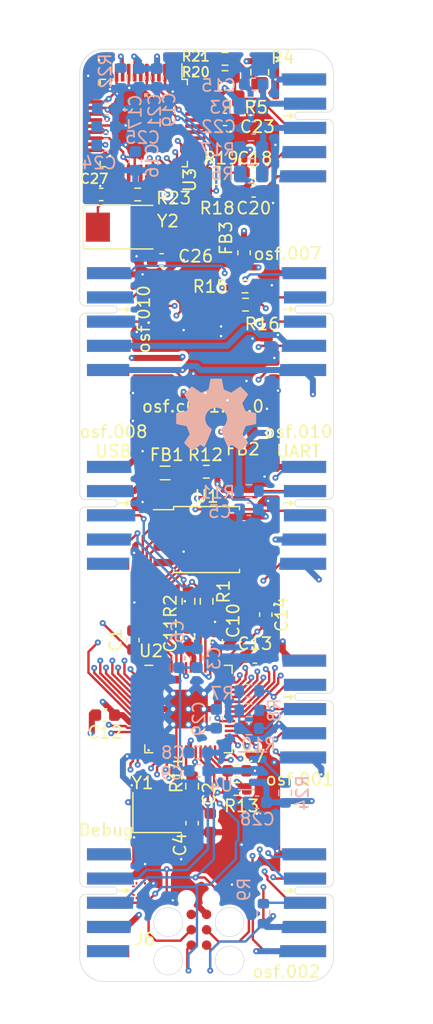
<source format=kicad_pcb>
(kicad_pcb (version 20211014) (generator pcbnew)
  (layers (0 "F.Cu" signal) (1 "In1.Cu" signal) (2 "In2.Cu" signal) (31 "B.Cu" signal) (34 "B.Paste" user) (35 "F.Paste" user) (36 "B.SilkS" user "B.Silkscreen") (37 "F.SilkS" user "F.Silkscreen") (38 "B.Mask" user) (39 "F.Mask" user) (44 "Edge.Cuts" user))
  (net 0 "")
  (net 1 "+3V3")
  (net 2 "GND")
  (net 3 "Net-(C2-Pad1)")
  (net 4 "/rp2040/VDD")
  (net 5 "/rp2040/RUN")
  (net 6 "Net-(C3-Pad1)")
  (net 7 "+5V")
  (net 8 "Net-(FB1-Pad2)")
  (net 9 "/UART0_RX")
  (net 10 "/UART0_TX")
  (net 11 "/GPIO24")
  (net 12 "/GPIO25")
  (net 14 "Net-(J2-Pad3)")
  (net 15 "Net-(J2-Pad4)")
  (net 20 "/rp2040/SWD")
  (net 21 "/rp2040/SWCLK")
  (net 27 "/controller/CT1")
  (net 28 "/controller/VDD")
  (net 29 "/controller/RXP")
  (net 30 "Net-(C18-Pad2)")
  (net 31 "/controller/RXN")
  (net 32 "Net-(C20-Pad2)")
  (net 33 "/controller/CT2")
  (net 34 "/ADC_VREF")
  (net 35 "/ADC0")
  (net 36 "/ADC1")
  (net 37 "/ADC2")
  (net 38 "/ADC3")
  (net 39 "/controller/1V2O")
  (net 40 "/rp2040/GPIO21")
  (net 41 "/GPIO23")
  (net 42 "/GPIO22")
  (net 43 "/SPI1_TX")
  (net 44 "/SPI1_RX")
  (net 45 "/SPI1_SCK")
  (net 46 "/GPIO14")
  (net 47 "/~{SPI1_CS}")
  (net 48 "/GPIO15")
  (net 49 "Net-(J7-Pad8)")
  (net 50 "/I2C1_SDA")
  (net 51 "/I2C1_SCL")
  (net 52 "/GPIO16")
  (net 53 "/GPIO17")
  (net 54 "Net-(J8-Pad8)")
  (net 55 "/UART1_TX")
  (net 56 "/UART1_RX")
  (net 57 "Net-(J9-Pad7)")
  (net 58 "/DM")
  (net 59 "/rp2040/QPI_SS")
  (net 60 "Net-(R14-Pad2)")
  (net 61 "Net-(U1-Pad2)")
  (net 62 "Net-(U1-Pad3)")
  (net 63 "Net-(U1-Pad5)")
  (net 64 "/rp2040/QSPI_CLK")
  (net 65 "Net-(U1-Pad7)")
  (net 66 "/DP")
  (net 67 "/controller/XCAP")
  (net 68 "/controller/XO")
  (net 69 "/controller/XI")
  (net 70 "/controller/TXP")
  (net 71 "/controller/TXN")
  (net 72 "Net-(R18-Pad2)")
  (net 73 "Net-(R19-Pad2)")
  (net 74 "Net-(R20-Pad2)")
  (net 75 "Net-(R21-Pad2)")
  (net 76 "/controller/XRES")
  (net 77 "/rp2040/SPI0_SCK")
  (net 78 "/rp2040/SPI0_TX")
  (net 79 "/rp2040/SPI0_RX")
  (net 80 "/rp2040/~{SPI0_CS}")
  (net 81 "/rp2040/GPIO6")
  (net 82 "/rp2040/GPIO7")
  (net 83 "/mac/IO")
  (net 88 "/controller/SPDLED")
  (net 89 "/controller/LINKLED")
  (net 90 "/controller/DUPLED")
  (net 91 "/controller/ACTLED")
  (net 95 "Net-(C4-Pad1)")
  (net 96 "Net-(C14-Pad1)")
  (footprint "Capacitor_SMD:C_0603_1608Metric" (layer "F.Cu") (at 152.025 31.8)
    (fp_text reference "C23")
    (fp_text value "100nF")
  )
  (footprint "Capacitor_SMD:C_0603_1608Metric" (layer "F.Cu") (at 153.025 85.6)
    (fp_text reference "C7")
    (fp_text value "1uF")
  )
  (footprint "Capacitor_SMD:C_0603_1608Metric" (layer "F.Cu") (at 144.4 74.8 90)
    (fp_text reference "C1")
    (fp_text value "100nF")
  )
  (footprint "Resistor_SMD:R_0603_1608Metric" (layer "F.Cu") (at 153.725 47.1)
    (fp_text reference "R16")
    (fp_text value "1R")
  )
  (footprint "on_edge:debug_edge_2x05_device" (layer "F.Cu") (at 140 96.5 -90)
    (fp_text reference "J3")
    (fp_text value "DebugEdge_02x05")
    (fp_line (start -0.7 -0.5) (end -0.7 -2.8) (layer "Edge.Cuts") (width 0.05))
    (fp_line (start -1.3 -2.8) (end -1.3 -0.5) (layer "Edge.Cuts") (width 0.05))
    (fp_line (start -4 0) (end -1.8 0) (layer "Edge.Cuts") (width 0.05))
    (fp_line (start -0.2 0) (end 4 0) (layer "Edge.Cuts") (width 0.05))
    (fp_arc (start -1.3 -2.8) (mid -1 -3.1) (end -0.7 -2.8) (layer "Edge.Cuts") (width 0.05))
    (fp_arc (start -0.2 0) (mid -0.553553 -0.146447) (end -0.7 -0.5) (layer "Edge.Cuts") (width 0.05))
    (fp_arc (start -1.3 -0.5) (mid -1.446447 -0.146447) (end -1.8 0) (layer "Edge.Cuts") (width 0.05))
  )
  (footprint "on_edge:on_edge_2x05_device" (layer "F.Cu") (at 140 48.5 -90)
    (fp_text reference "J1")
    (fp_text value "UART")
    (fp_line (start -1.3 -2.8) (end -1.3 -0.5) (layer "Edge.Cuts") (width 0.05))
    (fp_line (start -0.2 0) (end 4 0) (layer "Edge.Cuts") (width 0.05))
    (fp_line (start -0.7 -0.5) (end -0.7 -2.8) (layer "Edge.Cuts") (width 0.05))
    (fp_line (start -4 0) (end -1.8 0) (layer "Edge.Cuts") (width 0.05))
    (fp_arc (start -0.2 0) (mid -0.553553 -0.146447) (end -0.7 -0.5) (layer "Edge.Cuts") (width 0.05))
    (fp_arc (start -1.3 -0.5) (mid -1.446447 -0.146447) (end -1.8 0) (layer "Edge.Cuts") (width 0.05))
    (fp_arc (start -1.3 -2.8) (mid -1 -3.1) (end -0.7 -2.8) (layer "Edge.Cuts") (width 0.05))
  )
  (footprint "Resistor_SMD:R_0603_1608Metric" (layer "F.Cu") (at 149 71.6 -90)
    (fp_text reference "R2")
    (fp_text value "27R")
  )
  (footprint "Capacitor_SMD:C_0603_1608Metric" (layer "F.Cu") (at 142.1 81 180)
    (fp_text reference "C12")
    (fp_text value "100nF")
  )
  (footprint "on_edge:on_edge_2x05_host" (layer "F.Cu") (at 161 32.5 -90)
    (fp_text reference "J4")
    (fp_text value "019_100BASE-T_with_CT")
    (fp_line (start -0.2 0) (end 4 0) (layer "Edge.Cuts") (width 0.05))
    (fp_line (start -4 0) (end -1.8 0) (layer "Edge.Cuts") (width 0.05))
    (fp_line (start -1.3 0.5) (end -1.3 2.9) (layer "Edge.Cuts") (width 0.05))
    (fp_line (start -0.7 2.9) (end -0.7 0.5) (layer "Edge.Cuts") (width 0.05))
    (fp_arc (start -0.7 0.5) (mid -0.553553 0.146447) (end -0.2 0) (layer "Edge.Cuts") (width 0.05))
    (fp_arc (start -0.7 2.9) (mid -1 3.2) (end -1.3 2.9) (layer "Edge.Cuts") (width 0.05))
    (fp_arc (start -1.8 0) (mid -1.446447 0.146447) (end -1.3 0.5) (layer "Edge.Cuts") (width 0.05))
  )
  (footprint "Inductor_SMD:L_0805_2012Metric" (layer "F.Cu") (at 147.0625 61 180)
    (fp_text reference "FB1")
    (fp_text value "Ferrite_Bead_Small")
  )
  (footprint "Resistor_SMD:R_0805_2012Metric" (layer "F.Cu") (at 152.2125 30.1 180)
    (fp_text reference "R5")
    (fp_text value "49.9R")
  )
  (footprint "Capacitor_SMD:C_0603_1608Metric" (layer "F.Cu") (at 141.775 38 180)
    (fp_text reference "C27")
    (fp_text value "18pF")
  )
  (footprint "Capacitor_SMD:C_0603_1608Metric" (layer "F.Cu") (at 155.4 72.7 90)
    (fp_text reference "C14")
    (fp_text value "2.2uF")
  )
  (footprint "on_edge:on_edge_2x05_host" (layer "F.Cu") (at 161 64.5 -90)
    (fp_text reference "J9")
    (fp_text value "UART_2x2")
    (fp_line (start -0.7 2.9) (end -0.7 0.5) (layer "Edge.Cuts") (width 0.05))
    (fp_line (start -1.3 0.5) (end -1.3 2.9) (layer "Edge.Cuts") (width 0.05))
    (fp_line (start -4 0) (end -1.8 0) (layer "Edge.Cuts") (width 0.05))
    (fp_line (start -0.2 0) (end 4 0) (layer "Edge.Cuts") (width 0.05))
    (fp_arc (start -1.8 0) (mid -1.446447 0.146447) (end -1.3 0.5) (layer "Edge.Cuts") (width 0.05))
    (fp_arc (start -0.7 0.5) (mid -0.553553 0.146447) (end -0.2 0) (layer "Edge.Cuts") (width 0.05))
    (fp_arc (start -0.7 2.9) (mid -1 3.2) (end -1.3 2.9) (layer "Edge.Cuts") (width 0.05))
  )
  (footprint "Resistor_SMD:R_0603_1608Metric" (layer "F.Cu") (at 144.8 38)
    (fp_text reference "R23")
    (fp_text value "1M")
  )
  (footprint "on_edge:on_edge_2x05_device" (layer "F.Cu") (at 140 64.5 -90)
    (fp_text reference "J2")
    (fp_text value "008_USB")
    (fp_line (start -0.7 -0.5) (end -0.7 -2.8) (layer "Edge.Cuts") (width 0.05))
    (fp_line (start -1.3 -2.8) (end -1.3 -0.5) (layer "Edge.Cuts") (width 0.05))
    (fp_line (start -4 0) (end -1.8 0) (layer "Edge.Cuts") (width 0.05))
    (fp_line (start -0.2 0) (end 4 0) (layer "Edge.Cuts") (width 0.05))
    (fp_arc (start -0.2 0) (mid -0.553553 -0.146447) (end -0.7 -0.5) (layer "Edge.Cuts") (width 0.05))
    (fp_arc (start -1.3 -0.5) (mid -1.446447 -0.146447) (end -1.8 0) (layer "Edge.Cuts") (width 0.05))
    (fp_arc (start -1.3 -2.8) (mid -1 -3.1) (end -0.7 -2.8) (layer "Edge.Cuts") (width 0.05))
  )
  (footprint "Resistor_SMD:R_0603_1608Metric" (layer "F.Cu") (at 152.025 26.8 180)
    (fp_text reference "R21")
    (fp_text value "3.3R")
  )
  (footprint "Capacitor_SMD:C_0603_1608Metric" (layer "F.Cu") (at 154.5 76.2)
    (fp_text reference "C13")
    (fp_text value "2.2uF")
  )
  (footprint "Package_QFP:LQFP-48_7x7mm_P0.5mm" (layer "F.Cu") (at 145.3 32.1 -90)
    (fp_text reference "U3")
    (fp_text value "W5500")
  )
  (footprint "Crystal:Crystal_SMD_5032-2Pin_5.0x3.2mm" (layer "F.Cu") (at 143.35 40.7)
    (fp_text reference "Y2")
    (fp_text value "25MHz")
  )
  (footprint "Crystal:Crystal_SMD_Abracon_ABM8G-4Pin_3.2x2.5mm" (layer "F.Cu") (at 146.4 89.05)
    (fp_text reference "Y1")
    (fp_text value "12MhZ")
  )
  (footprint "Capacitor_SMD:C_0603_1608Metric" (layer "F.Cu") (at 151.3 74.9 90)
    (fp_text reference "C10")
    (fp_text value "100nF")
  )
  (footprint "on_edge:on_edge_2x05_host" (layer "F.Cu") (at 161 80.5 -90)
    (fp_text reference "J8")
    (fp_text value "I2C_2x2")
    (fp_line (start -4 0) (end -1.8 0) (layer "Edge.Cuts") (width 0.05))
    (fp_line (start -1.3 0.5) (end -1.3 2.9) (layer "Edge.Cuts") (width 0.05))
    (fp_line (start -0.2 0) (end 4 0) (layer "Edge.Cuts") (width 0.05))
    (fp_line (start -0.7 2.9) (end -0.7 0.5) (layer "Edge.Cuts") (width 0.05))
    (fp_arc (start -1.8 0) (mid -1.446447 0.146447) (end -1.3 0.5) (layer "Edge.Cuts") (width 0.05))
    (fp_arc (start -0.7 2.9) (mid -1 3.2) (end -1.3 2.9) (layer "Edge.Cuts") (width 0.05))
    (fp_arc (start -0.7 0.5) (mid -0.553553 0.146447) (end -0.2 0) (layer "Edge.Cuts") (width 0.05))
  )
  (footprint "c001:SWD6pol" (layer "F.Cu") (at 150.5 100 90)
    (fp_text reference "J6")
    (fp_text value "SWD_6_Pol_Needle")
  )
  (footprint "Resistor_SMD:R_0603_1608Metric" (layer "F.Cu") (at 151.375 36.2 180)
    (fp_text reference "R19")
    (fp_text value "3.3R")
  )
  (footprint "Resistor_SMD:R_0805_2012Metric" (layer "F.Cu") (at 154.9 27.9 90)
    (fp_text reference "R4")
    (fp_text value "49.9R")
  )
  (footprint "b018:RP2040-QFN-56" (layer "F.Cu") (at 149 80.5)
    (fp_text reference "U2")
    (fp_text value "RP2040")
  )
  (footprint "on_edge:on_edge_2x05_host" (layer "F.Cu") (at 161 96.5 -90)
    (fp_text reference "J7")
    (fp_text value "SPI_2x3")
    (fp_line (start -4 0) (end -1.8 0) (layer "Edge.Cuts") (width 0.05))
    (fp_line (start -0.7 2.9) (end -0.7 0.5) (layer "Edge.Cuts") (width 0.05))
    (fp_line (start -1.3 0.5) (end -1.3 2.9) (layer "Edge.Cuts") (width 0.05))
    (fp_line (start -0.2 0) (end 4 0) (layer "Edge.Cuts") (width 0.05))
    (fp_arc (start -0.7 0.5) (mid -0.553553 0.146447) (end -0.2 0) (layer "Edge.Cuts") (width 0.05))
    (fp_arc (start -0.7 2.9) (mid -1 3.2) (end -1.3 2.9) (layer "Edge.Cuts") (width 0.05))
    (fp_arc (start -1.8 0) (mid -1.446447 0.146447) (end -1.3 0.5) (layer "Edge.Cuts") (width 0.05))
  )
  (footprint "Resistor_SMD:R_0603_1608Metric" (layer "F.Cu") (at 153 87.1 180)
    (fp_text reference "R13")
    (fp_text value "10k")
  )
  (footprint "Resistor_SMD:R_0603_1608Metric" (layer "F.Cu") (at 152.025 28.3 180)
    (fp_text reference "R20")
    (fp_text value "3.3R")
  )
  (footprint "Resistor_SMD:R_0603_1608Metric" (layer "F.Cu") (at 150.475 60.9 180)
    (fp_text reference "R12")
    (fp_text value "d.n.p")
  )
  (footprint "Capacitor_SMD:C_0603_1608Metric" (layer "F.Cu") (at 149.3 89.925 -90)
    (fp_text reference "C4")
    (fp_text value "12pF")
  )
  (footprint "Inductor_SMD:L_0603_1608Metric" (layer "F.Cu") (at 153.6 42.8125 -90)
    (fp_text reference "FB3")
    (fp_text value "FerriteBead_Small")
  )
  (footprint "Capacitor_SMD:C_0603_1608Metric" (layer "F.Cu") (at 154.4 36.2 180)
    (fp_text reference "C18")
    (fp_text value "6.8nF")
  )
  (footprint "Resistor_SMD:R_0603_1608Metric" (layer "F.Cu") (at 150.5 71.6 -90)
    (fp_text reference "R1")
    (fp_text value "27R")
  )
  (footprint "Capacitor_SMD:C_0603_1608Metric" (layer "F.Cu") (at 146.775 43.4)
    (fp_text reference "C26")
    (fp_text value "18pF")
  )
  (footprint "Capacitor_SMD:C_0603_1608Metric" (layer "F.Cu") (at 149 74.6 90)
    (fp_text reference "C11")
    (fp_text value "100nF")
  )
  (footprint "Resistor_SMD:R_0603_1608Metric" (layer "F.Cu") (at 151.375 37.7 180)
    (fp_text reference "R18")
    (fp_text value "3.3R")
  )
  (footprint "Package_SO:SOIC-8_5.23x5.23mm_P1.27mm" (layer "F.Cu") (at 150.5 66.5)
    (fp_text reference "U1")
    (fp_text value "W25Q128JVS")
  )
  (footprint "Inductor_SMD:L_0603_1608Metric" (layer "F.Cu") (at 153.5 57.6 180)
    (fp_text reference "FB2")
    (fp_text value "FerriteBead_Small")
  )
  (footprint "Capacitor_SMD:C_0603_1608Metric" (layer "F.Cu") (at 154.4 37.7 180)
    (fp_text reference "C20")
    (fp_text value "6.8nF")
  )
  (footprint "Resistor_SMD:R_0603_1608Metric" (layer "F.Cu") (at 149.3 86.875 90)
    (fp_text reference "R14")
    (fp_text value "1k")
  )
  (footprint "Capacitor_SMD:C_0603_1608Metric" (layer "F.Cu") (at 150.8 89.9 -90)
    (fp_text reference "C2")
    (fp_text value "12pF")
  )
  (footprint "Resistor_SMD:R_0603_1608Metric" (layer "F.Cu") (at 153.675 45.6)
    (fp_text reference "R15")
    (fp_text value "200R")
  )
  (footprint "on_edge:on_edge_2x05_host" (layer "F.Cu") (at 161 48.5 -90)
    (fp_text reference "J5")
    (fp_text value "ADC_2x3")
    (fp_line (start -0.2 0) (end 4 0) (layer "Edge.Cuts") (width 0.05))
    (fp_line (start -0.7 2.9) (end -0.7 0.5) (layer "Edge.Cuts") (width 0.05))
    (fp_line (start -1.3 0.5) (end -1.3 2.9) (layer "Edge.Cuts") (width 0.05))
    (fp_line (start -4 0) (end -1.8 0) (layer "Edge.Cuts") (width 0.05))
    (fp_arc (start -0.7 0.5) (mid -0.553553 0.146447) (end -0.2 0) (layer "Edge.Cuts") (width 0.05))
    (fp_arc (start -0.7 2.9) (mid -1 3.2) (end -1.3 2.9) (layer "Edge.Cuts") (width 0.05))
    (fp_arc (start -1.8 0) (mid -1.446447 0.146447) (end -1.3 0.5) (layer "Edge.Cuts") (width 0.05))
  )
  (footprint "Resistor_SMD:R_0603_1608Metric" (layer "B.Cu") (at 154.025 79)
    (fp_text reference "R7")
    (fp_text value "2k")
  )
  (footprint "Capacitor_SMD:C_0603_1608Metric" (layer "B.Cu") (at 144.6 35.225 -90)
    (fp_text reference "C16")
    (fp_text value "100nF")
  )
  (footprint "Resistor_SMD:R_0805_2012Metric" (layer "B.Cu") (at 154.1625 34.3 180)
    (fp_text reference "R17")
    (fp_text value "49.9R")
  )
  (footprint "Capacitor_SMD:C_0603_1608Metric" (layer "B.Cu") (at 142.225 30.9)
    (fp_text reference "C17")
    (fp_text value "100nF")
  )
  (footprint "Capacitor_SMD:C_0603_1608Metric" (layer "B.Cu") (at 154.4 32.5 180)
    (fp_text reference "C22")
    (fp_text value "10nF")
  )
  (footprint "Resistor_SMD:R_0603_1608Metric" (layer "B.Cu") (at 155.2 97.4 90)
    (fp_text reference "R9")
    (fp_text value "10k")
  )
  (footprint "Resistor_SMD:R_0603_1608Metric" (layer "B.Cu") (at 154 82.1)
    (fp_text reference "R10")
    (fp_text value "10k")
  )
  (footprint "Symbol:OSHW-Symbol_6.7x6mm_SilkScreen" (layer "B.Cu") (at 151.3 56.2 180)
    (fp_text reference "LOGO1" hide)
    (fp_text value "Logo_Open_Hardware_Small" hide)
  )
  (footprint "Resistor_SMD:R_0603_1608Metric" (layer "B.Cu") (at 143.4 28.375 -90)
    (fp_text reference "R22")
    (fp_text value "12.4k")
  )
  (footprint "Resistor_SMD:R_0805_2012Metric" (layer "B.Cu") (at 154.1875 36.3 180)
    (fp_text reference "R6")
    (fp_text value "49.9R")
  )
  (footprint "Capacitor_SMD:C_0603_1608Metric" (layer "B.Cu") (at 142.175 32.4)
    (fp_text reference "C25")
    (fp_text value "4.7u")
  )
  (footprint "Capacitor_SMD:C_0603_1608Metric" (layer "B.Cu") (at 146.4 28.375 -90)
    (fp_text reference "C19")
    (fp_text value "100nF")
  )
  (footprint "Capacitor_SMD:C_0603_1608Metric" (layer "B.Cu") (at 149.825 85.6)
    (fp_text reference "C9")
    (fp_text value "2.2uF")
  )
  (footprint "Capacitor_SMD:C_0603_1608Metric" (layer "B.Cu") (at 144.9 28.375 -90)
    (fp_text reference "C21")
    (fp_text value "100nF")
  )
  (footprint "Capacitor_SMD:C_0603_1608Metric" (layer "B.Cu") (at 154 64 180)
    (fp_text reference "C5")
    (fp_text value "100nF")
  )
  (footprint "Resistor_SMD:R_0603_1608Metric" (layer "B.Cu") (at 154 62.5)
    (fp_text reference "R11")
    (fp_text value "10k")
  )
  (footprint "Capacitor_SMD:C_0603_1608Metric" (layer "B.Cu") (at 148.2 76.3 90)
    (fp_text reference "C6")
    (fp_text value "100nF")
  )
  (footprint "Capacitor_SMD:C_0603_1608Metric" (layer "B.Cu") (at 154.4 28.9 180)
    (fp_text reference "C15")
    (fp_text value "22nF")
  )
  (footprint "Resistor_SMD:R_0603_1608Metric" (layer "B.Cu") (at 154.025 80.6)
    (fp_text reference "R8")
    (fp_text value "2k")
  )
  (footprint "Capacitor_SMD:C_0603_1608Metric" (layer "B.Cu") (at 151.3 81.3 -90)
    (fp_text reference "C29")
    (fp_text value "100nF")
  )
  (footprint "Capacitor_SMD:C_0603_1608Metric" (layer "B.Cu") (at 149.8 84.1)
    (fp_text reference "C8")
    (fp_text value "100nF")
  )
  (footprint "Resistor_SMD:R_0805_2012Metric" (layer "B.Cu") (at 154.1625 30.7 180)
    (fp_text reference "R3")
    (fp_text value "10R")
  )
  (footprint "Capacitor_SMD:C_0603_1608Metric" (layer "B.Cu") (at 149.7 76.3 90)
    (fp_text reference "C3")
    (fp_text value "100nF")
  )
  (footprint "Capacitor_SMD:C_0603_1608Metric" (layer "B.Cu") (at 154.675 88.2 180)
    (fp_text reference "C28")
    (fp_text value "100nF")
  )
  (footprint "Package_TO_SOT_SMD:SOT-23" (layer "B.Cu") (at 153.8 85.6 180)
    (fp_text reference "U4")
    (fp_text value "11AA02E48")
  )
  (footprint "Resistor_SMD:R_0603_1608Metric" (layer "B.Cu") (at 157 87.425 90)
    (fp_text reference "R24")
    (fp_text value "2k")
  )
  (footprint "Capacitor_SMD:C_0603_1608Metric" (layer "B.Cu") (at 142.175 33.9 180)
    (fp_text reference "C24")
    (fp_text value "10nF")
  )
  (gr_line (start 143.7 30.9) (end 143.75 31.1) (layer "B.SilkS") (width 0.15))
  (gr_line (start 145.4 29.7) (end 145.6 29.7) (layer "B.SilkS") (width 0.15))
  (gr_line (start 143.6 31) (end 143.75 31.1) (layer "B.SilkS") (width 0.15))
  (gr_line (start 145.4 29.9) (end 145.4 29.7) (layer "B.SilkS") (width 0.15))
  (gr_line (start 145.6 29.9) (end 145.4 29.7) (layer "B.SilkS") (width 0.15))
  (gr_line (start 145.4 29.7) (end 145.4 29.9) (layer "B.SilkS") (width 0.15))
  (gr_line (start 143.9 31) (end 143.6 31) (layer "B.SilkS") (width 0.15))
  (gr_line (start 143.6 31) (end 143.7 30.9) (layer "B.SilkS") (width 0.15))
  (gr_line (start 161 44) (end 161 36.5) (layer "Edge.Cuts") (width 0.05))
  (gr_line (start 161 101) (end 161 100.5) (layer "Edge.Cuts") (width 0.05))
  (gr_line (start 140 44.5) (end 140 28) (layer "Edge.Cuts") (width 0.05))
  (gr_line (start 142 26) (end 159 26) (layer "Edge.Cuts") (width 0.05))
  (gr_arc (start 161 101) (mid 160.414214 102.414214) (end 159 103) (layer "Edge.Cuts") (width 0.05))
  (gr_line (start 161 92.5) (end 161 84.5) (layer "Edge.Cuts") (width 0.05))
  (gr_line (start 159 103) (end 142 103) (layer "Edge.Cuts") (width 0.05))
  (gr_line (start 161 60.5) (end 161 52.5) (layer "Edge.Cuts") (width 0.05))
  (gr_arc (start 159 26) (mid 160.414214 26.585786) (end 161 28) (layer "Edge.Cuts") (width 0.05))
  (gr_line (start 140 52.5) (end 140 60.5) (layer "Edge.Cuts") (width 0.05))
  (gr_line (start 161 28.5) (end 161 28) (layer "Edge.Cuts") (width 0.05))
  (gr_line (start 161 44.5) (end 161 44) (layer "Edge.Cuts") (width 0.05))
  (gr_arc (start 142 103) (mid 140.585786 102.414214) (end 140 101) (layer "Edge.Cuts") (width 0.05))
  (gr_line (start 140 101) (end 140 100.5) (layer "Edge.Cuts") (width 0.05))
  (gr_arc (start 140 28) (mid 140.585786 26.585786) (end 142 26) (layer "Edge.Cuts") (width 0.05))
  (gr_line (start 161 76.5) (end 161 68.5) (layer "Edge.Cuts") (width 0.05))
  (gr_line (start 140 92.5) (end 140 68.5) (layer "Edge.Cuts") (width 0.05))
  (gr_text "osf.c001.v1.0" (at 150.2 55.5) (layer "F.SilkS") (effects (font (size 1 1))))
  (gr_text "osf.001\n" (at 158.2 86.3) (layer "F.SilkS") (effects (font (size 1 1))))
  (gr_text "osf.007" (at 157.2 42.9) (layer "F.SilkS") (effects (font (size 1 1))))
  (gr_text "osf.010" (at 145.3 48.3 90) (layer "F.SilkS") (effects (font (size 1 1))))
  (gr_text "osf.010\nUART" (at 158.1 58.4) (layer "F.SilkS") (effects (font (size 1 1))))
  (gr_text "Debug" (at 142.2 90.5) (layer "F.SilkS") (effects (font (size 1 1))))
  (gr_text "osf.008\nUSB" (at 142.8 58.4) (layer "F.SilkS") (effects (font (size 1 1))))
  (gr_text "osf.002" (at 157.1 102.2) (layer "F.SilkS") (effects (font (size 1 1))))
  (segment (start 154.8 44.0265) (end 154.0265 44.0265) (width 0.5) (layer "F.Cu") (net 1))
  (segment (start 154.3875 57.7) (end 154.2875 57.6) (width 0.5) (layer "F.Cu") (net 1))
  (segment (start 143.9 98.5) (end 144.9 97.5) (width 0.5) (layer "F.Cu") (net 1))
  (segment (start 154.0265 44.0265) (end 153.6 43.6) (width 0.5) (layer "F.Cu") (net 1))
  (segment (start 142.35 98.5) (end 143.9 98.5) (width 0.5) (layer "F.Cu") (net 1))
  (segment (start 150.8 100.3) (end 150.8 102.1) (width 0.2) (layer "F.Cu") (net 1))
  (segment (start 155.4 57.7) (end 154.3875 57.7) (width 0.5) (layer "F.Cu") (net 1))
  (segment (start 150.5 100) (end 150.8 100.3) (width 0.2) (layer "F.Cu") (net 1))
  (via (at 156.4 49.6) (size 0.5) (drill 0.2) (layers "F.Cu" "B.Cu") (net 1))
  (via (at 156.5 81.7) (size 0.5) (drill 0.2) (layers "F.Cu" "B.Cu") (net 1))
  (via (at 144.9 97.5) (size 0.5) (drill 0.2) (layers "F.Cu" "B.Cu") (net 1))
  (via (at 150.8 102.1) (size 0.5) (drill 0.2) (layers "F.Cu" "B.Cu") (net 1))
  (via (at 156 97.6) (size 0.5) (drill 0.2) (layers "F.Cu" "B.Cu") (net 1))
  (via (at 156.2 66.5) (size 0.5) (drill 0.2) (layers "F.Cu" "B.Cu") (net 1))
  (via (at 155.4 57.7) (size 0.5) (drill 0.2) (layers "F.Cu" "B.Cu") (net 1))
  (via (at 154.8 44.0265) (size 0.5) (drill 0.2) (layers "F.Cu" "B.Cu") (net 1))
  (via (at 159.2 88.1) (size 0.5) (drill 0.2) (layers "F.Cu" "B.Cu") (net 1))
  (segment (start 159.2 88.1) (end 157.15 88.1) (width 0.5) (layer "B.Cu") (net 1))
  (segment (start 154.7375 86.55) (end 155.15 86.55) (width 0.5) (layer "B.Cu") (net 1))
  (segment (start 158.6 98.5) (end 155.475 98.5) (width 0.5) (layer "B.Cu") (net 1))
  (segment (start 156.2 66.5) (end 158.6 66.5) (width 0.5) (layer "B.Cu") (net 1))
  (segment (start 151.6 99.7) (end 153.725 99.7) (width 0.2) (layer "B.Cu") (net 1))
  (segment (start 155.15 86.55) (end 155.45 86.85) (width 0.5) (layer "B.Cu") (net 1))
  (segment (start 150.8 100.5) (end 151.6 99.7) (width 0.2) (layer "B.Cu") (net 1))
  (segment (start 152.2 50.5) (end 153.6 49.1) (width 0.5) (layer "B.Cu") (net 1))
  (segment (start 153.2 62.475) (end 153.2 59.1) (width 0.5) (layer "B.Cu") (net 1))
  (segment (start 153.6 49.1) (end 154.413288 49.1) (width 0.5) (layer "B.Cu") (net 1))
  (segment (start 153.2 79) (end 153.2 80.6) (width 0.2) (layer "B.Cu") (net 1))
  (segment (start 157.15 88.1) (end 157 88.25) (width 0.5) (layer "B.Cu") (net 1))
  (segment (start 155.2 98.225) (end 155.375 98.225) (width 0.5) (layer "B.Cu") (net 1))
  (segment (start 154.6 57.7) (end 155.4 57.7) (width 0.5) (layer "B.Cu") (net 1))
  (segment (start 153.175 82.1) (end 153.5 82.1) (width 0.5) (layer "B.Cu") (net 1))
  (segment (start 155.264001 82.952) (end 156.5 81.716001) (width 0.5) (layer "B.Cu") (net 1))
  (segment (start 157.3 50.5) (end 156.4 49.6) (width 0.5) (layer "B.Cu") (net 1))
  (segment (start 155.45 86.85) (end 155.45 88.2) (width 0.5) (layer "B.Cu") (net 1))
  (segment (start 154.448 82.952) (end 155.264001 82.952) (width 0.5) (layer "B.Cu") (net 1))
  (segment (start 153.2 82.075) (end 153.175 82.1) (width 0.2) (layer "B.Cu") (net 1))
  (segment (start 154.4 83) (end 154.448 82.952) (width 0.5) (layer "B.Cu") (net 1))
  (segment (start 154.913288 49.6) (end 156.4 49.6) (width 0.5) (layer "B.Cu") (net 1))
  (segment (start 150.8 102.1) (end 150.8 100.5) (width 0.2) (layer "B.Cu") (net 1))
  (segment (start 156.5 81.716001) (end 156.5 81.7) (width 0.5) (layer "B.Cu") (net 1))
  (segment (start 153.2 59.1) (end 154.6 57.7) (width 0.5) (layer "B.Cu") (net 1))
  (segment (start 158.6 50.5) (end 157.3 50.5) (width 0.5) (layer "B.Cu") (net 1))
  (segment (start 155.45 88.2) (end 156.95 88.2) (width 0.5) (layer "B.Cu") (net 1))
  (segment (start 155.375 98.225) (end 156 97.6) (width 0.5) (layer "B.Cu") (net 1))
  (segment (start 153.725 99.7) (end 155.2 98.225) (width 0.2) (layer "B.Cu") (net 1))
  (segment (start 157.3 82.5) (end 156.5 81.7) (width 0.5) (layer "B.Cu") (net 1))
  (segment (start 153.5 82.1) (end 154.4 83) (width 0.5) (layer "B.Cu") (net 1))
  (segment (start 156.95 88.2) (end 157 88.25) (width 0.5) (layer "B.Cu") (net 1))
  (segment (start 158.6 82.5) (end 157.3 82.5) (width 0.5) (layer "B.Cu") (net 1))
  (segment (start 154.413288 49.1) (end 154.913288 49.6) (width 0.5) (layer "B.Cu") (net 1))
  (segment (start 142.4 50.5) (end 152.2 50.5) (width 0.5) (layer "B.Cu") (net 1))
  (segment (start 153.175 62.5) (end 153.2 62.475) (width 0.5) (layer "B.Cu") (net 1))
  (segment (start 155.475 98.5) (end 155.2 98.225) (width 0.5) (layer "B.Cu") (net 1))
  (segment (start 153.2 80.6) (end 153.2 82.075) (width 0.2) (layer "B.Cu") (net 1))
  (segment (start 147.55 44.1) (end 147.425 44.225) (width 0.5) (layer "F.Cu") (net 2))
  (segment (start 158.65 28.5) (end 156.2 28.5) (width 0.5) (layer "F.Cu") (net 2))
  (segment (start 155.5 43.3) (end 155.8 43.6) (width 0.5) (layer "F.Cu") (net 2))
  (segment (start 148 86.337552) (end 147.564552 86.773) (width 0.2) (layer "F.Cu") (net 2))
  (segment (start 148.377 43.623) (end 148.6 43.4) (width 0.5) (layer "F.Cu") (net 2))
  (segment (start 149.3 90.7) (end 148.5 89.9) (width 0.2) (layer "F.Cu") (net 2))
  (segment (start 142.102 29.5) (end 142.102 29.550092) (width 0.2) (layer "F.Cu") (net 2))
  (segment (start 149.3 90.7) (end 149 90.7) (width 0.5) (layer "F.Cu") (net 2))
  (segment (start 143.9 60.5) (end 145.2 59.2) (width 0.5) (layer "F.Cu") (net 2))
  (segment (start 144.5235 71.7) (end 144.5235 73.9015) (width 0.5) (layer "F.Cu") (net 2))
  (segment (start 151.3 74.125) (end 151.3 73.4) (width 0.5) (layer "F.Cu") (net 2))
  (segment (start 152.5 32.1) (end 152.8 31.8) (width 0.5) (layer "F.Cu") (net 2))
  (segment (start 147.55 43.4) (end 147.55 44.1) (width 0.5) (layer "F.Cu") (net 2))
  (segment (start 149.325 90.675) (end 149.3 90.7) (width 0.5) (layer "F.Cu") (net 2))
  (segment (start 148 82.05) (end 147.725 81.775) (width 0.2) (layer "F.Cu") (net 2))
  (segment (start 150.25 33.35) (end 150.3 33.3) (width 0.2) (layer "F.Cu") (net 2))
  (segment (start 152.5 32.8) (end 152.5 32.1) (width 0.5) (layer "F.Cu") (net 2))
  (segment (start 155.8 43.6) (end 155.8 43.8) (width 0.5) (layer "F.Cu") (net 2))
  (segment (start 147.05 27.9375) (end 147.05 28.85) (width 0.2) (layer "F.Cu") (net 2))
  (segment (start 156.343972 92.2235) (end 156.620472 92.5) (width 0.5) (layer "F.Cu") (net 2))
  (segment (start 144.2 94.5) (end 145.4 93.3) (width 0.5) (layer "F.Cu") (net 2))
  (segment (start 152.098 32.502) (end 149.6145 32.502) (width 0.2) (layer "F.Cu") (net 2))
  (segment (start 142.102 29.550092) (end 141.802092 29.85) (width 0.2) (layer "F.Cu") (net 2))
  (segment (start 147.425 44.225) (end 147.15 44.5) (width 0.5) (layer "F.Cu") (net 2))
  (segment (start 148 83.9375) (end 148 86.337552) (width 0.2) (layer "F.Cu") (net 2))
  (segment (start 155.275 76.2) (end 155.5 76.2) (width 0.5) (layer "F.Cu") (net 2))
  (segment (start 154.5 60.9) (end 152.6 60.9) (width 0.5) (layer "F.Cu") (net 2))
  (segment (start 144.5235 73.9015) (end 144.4 74.025) (width 0.5) (layer "F.Cu") (net 2))
  (segment (start 148.5 89.9) (end 147.5 89.9) (width 0.2) (layer "F.Cu") (net 2))
  (segment (start 150.3 32.5) (end 150.15 32.35) (width 0.2) (layer "F.Cu") (net 2))
  (segment (start 149.4625 33.35) (end 150.25 33.35) (width 0.2) (layer "F.Cu") (net 2))
  (segment (start 145.337552 88.2) (end 145.3 88.2) (width 0.2) (layer "F.Cu") (net 2))
  (segment (start 150.25 33.85) (end 150.3 33.8) (width 0.2) (layer "F.Cu") (net 2))
  (segment (start 141 36.3) (end 142.5 34.8) (width 0.2) (layer "F.Cu") (net 2))
  (segment (start 152.8 31.8) (end 152.098 32.502) (width 0.2) (layer "F.Cu") (net 2))
  (segment (start 149 90.7) (end 147.2 92.5) (width 0.5) (layer "F.Cu") (net 2))
  (segment (start 149.4625 34.35) (end 150.25 34.35) (width 0.2) (layer "F.Cu") (net 2))
  (segment (start 156.5 44.5) (end 155.8 43.8) (width 0.5) (layer "F.Cu") (net 2))
  (segment (start 148.562972 67.5) (end 147.731486 68.331486) (width 0.5) (layer "F.Cu") (net 2))
  (segment (start 141 80.9) (end 141 82.4) (width 0.5) (layer "F.Cu") (net 2))
  (segment (start 144.1 29.2) (end 144.05 29.15) (width 0.2) (layer "F.Cu") (net 2))
  (segment (start 148.027 43.623) (end 148.377 43.623) (width 0.5) (layer "F.Cu") (net 2))
  (segment (start 156.8 74.9) (end 156.8 75.7) (width 0.5) (layer "F.Cu") (net 2))
  (segment (start 158.65 44.5) (end 156.5 44.5) (width 0.5) (layer "F.Cu") (net 2))
  (segment (start 156.1 71.9) (end 156.075 71.925) (width 0.5) (layer "F.Cu") (net 2))
  (segment (start 141.1375 32.35) (end 141.1875 32.3) (width 0.2) (layer "F.Cu") (net 2))
  (segment (start 147.05 28.85) (end 147.7 29.5) (width 0.2) (layer "F.Cu") (net 2))
  (segment (start 144 88.2) (end 145.3 88.2) (width 0.5) (layer "F.Cu") (net 2))
  (segment (start 142.302 29.3) (end 142.102 29.5) (width 0.2) (layer "F.Cu") (net 2))
  (segment (start 149.6145 32.502) (end 149.4625 32.35) (width 0.2) (layer "F.Cu") (net 2))
  (segment (start 152.375 90.675) (end 153.4 91.7) (width 0.5) (layer "F.Cu") (net 2))
  (segment (start 142.15 30.85) (end 141.1375 30.85) (width 0.2) (layer "F.Cu") (net 2))
  (segment (start 144.55 36.2625) (end 144.55 34.65) (width 0.2) (layer "F.Cu") (net 2))
  (segment (start 150.8 90.675) (end 149.325 90.675) (width 0.5) (layer "F.Cu") (net 2))
  (segment (start 157.6 76.5) (end 158.65 76.5) (width 0.5) (layer "F.Cu") (net 2))
  (segment (start 152.3 90.675) (end 152.375 90.675) (width 0.5) (layer "F.Cu") (net 2))
  (segment (start 152.3 90.675) (end 150.8 90.675) (width 0.5) (layer "F.Cu") (net 2))
  (segment (start 141 82.4) (end 140.9 82.5) (width 0.5) (layer "F.Cu") (net 2))
  (segment (start 154.9 60.5) (end 154.5 60.9) (width 0.5) (layer "F.Cu") (net 2))
  (segment (start 141.1375 34.35) (end 141.95 34.35) (width 0.2) (layer "F.Cu") (net 2))
  (segment (start 148.6 67.5) (end 148.562972 67.5) (width 0.5) (layer "F.Cu") (net 2))
  (segment (start 141.802092 29.85) (end 141.1375 29.85) (width 0.2) (layer "F.Cu") (net 2))
  (segment (start 149 73.825) (end 149.5 74.325) (width 0.5) (layer "F.Cu") (net 2))
  (segment (start 150.5 97.46) (end 150 96.96) (width 0.2) (layer "F.Cu") (net 2))
  (segment (start 148.148 72.973) (end 149 73.825) (width 0.5) (layer "F.Cu") (net 2))
  (segment (start 147.564552 86.773) (end 146.764552 86.773) (width 0.2) (layer "F.Cu") (net 2))
  (segment (start 142.35 60.5) (end 143.9 60.5) (width 0.5) (layer "F.Cu") (net 2))
  (segment (start 150.3 33.8) (end 150.3 33.3) (width 0.2) (layer "F.Cu") (net 2))
  (segment (start 142.45 44.6) (end 142.35 44.5) (width 0.5) (layer "F.Cu") (net 2))
  (segment (start 155.5 76.2) (end 156.8 74.9) (width 0.5) (layer "F.Cu") (net 2))
  (segment (start 150.25 34.35) (end 150.3 34.3) (width 0.2) (layer "F.Cu") (net 2))
  (segment (start 145.2 44.6) (end 147.05 44.6) (width 0.5) (layer "F.Cu") (net 2))
  (segment (start 156.075 71.925) (end 155.4 71.925) (width 0.5) (layer "F.Cu") (net 2))
  (segment (start 156.620472 92.5) (end 158.65 92.5) (width 0.5) (layer "F.Cu") (net 2))
  (segment (start 144.05 29.15) (end 144.05 27.9375) (width 0.2) (layer "F.Cu") (net 2))
  (segment (start 150.15 32.35) (end 149.4625 32.35) (width 0.2) (layer "F.Cu") (net 2))
  (segment (start 145.2 44.6) (end 142.45 44.6) (width 0.5) (layer "F.Cu") (net 2))
  (segment (start 150 96.96) (end 150 95.5) (width 0.2) (layer "F.Cu") (net 2))
  (segment (start 152.6 60.9) (end 151.6 59.9) (width 0.5) (layer "F.Cu") (net 2))
  (segment (start 142.4 34.8) (end 142.5 34.8) (width 0.2) (layer "F.Cu") (net 2))
  (segment (start 148.533999 71.6) (end 148.148 71.985999) (width 0.5) (layer "F.Cu") (net 2))
  (segment (start 141.95 34.35) (end 142.1 34.5) (width 0.2) (layer "F.Cu") (net 2))
  (segment (start 151.3 73.4) (end 151.2 73.3) (width 0.5) (layer "F.Cu") (net 2))
  (segment (start 142.5 29.3) (end 142.302 29.3) (width 0.2) (layer "F.Cu") (net 2))
  (segment (start 150.3 33.3) (end 150.3 32.5) (width 0.2) (layer "F.Cu") (net 2))
  (segment (start 141.1875 32.3) (end 143.8 32.3) (width 0.2) (layer "F.Cu") (net 2))
  (segment (start 144.55 34.65) (end 143.8 33.9) (width 0.2) (layer "F.Cu") (net 2))
  (segment (start 141 38) (end 141 36.3) (width 0.2) (layer "F.Cu") (net 2))
  (segment (start 146.4 93.3) (end 147 92.7) (width 0.5) (layer "F.Cu") (net 2))
  (segment (start 142.1 34.5) (end 142.4 34.8) (width 0.2) (layer "F.Cu") (net 2))
  (segment (start 155.8 43.8) (end 155.623 43.623) (width 0.5) (layer "F.Cu") (net 2))
  (segment (start 148.027 43.623) (end 147.425 44.225) (width 0.5) (layer "F.Cu") (net 2))
  (segment (start 146.764552 86.773) (end 145.337552 88.2) (width 0.2) (layer "F.Cu") (net 2))
  (segment (start 148 83.9375) (end 148 82.05) (width 0.2) (layer "F.Cu") (net 2))
  (segment (start 147 92.7) (end 147.2 92.5) (width 0.5) (layer "F.Cu") (net 2))
  (segment (start 149.4625 32.85) (end 150.15 32.85) (width 0.2) (layer "F.Cu") (net 2))
  (segment (start 158.65 60.5) (end 154.9 60.5) (width 0.5) (layer "F.Cu") (net 2))
  (segment (start 147.2 92.7) (end 147 92.7) (width 0.2) (layer "F.Cu") (net 2))
  (segment (start 147.05 44.6) (end 147.15 44.5) (width 0.5) (layer "F.Cu") (net 2))
  (segment (start 148.148 71.985999) (end 148.148 72.973) (width 0.5) (layer "F.Cu") (net 2))
  (segment (start 147.85 29.35) (end 147.7 29.5) (width 0.2) (layer "F.Cu") (net 2))
  (segment (start 150.3 34.3) (end 150.3 33.8) (width 0.2) (layer "F.Cu") (net 2))
  (segment (start 150.4 32.6) (end 150.3 32.5) (width 0.2) (layer "F.Cu") (net 2))
  (segment (start 154.5 85.6) (end 153.8 85.6) (width 0.5) (layer "F.Cu") (net 2))
  (segment (start 156.8 75.7) (end 157.6 76.5) (width 0.5) (layer "F.Cu") (net 2))
  (segment (start 149.4625 33.85) (end 150.25 33.85) (width 0.2) (layer "F.Cu") (net 2))
  (segment (start 150.15 32.85) (end 150.4 32.6) (width 0.2) (layer "F.Cu") (net 2))
  (segment (start 150 95.5) (end 147.2 92.7) (width 0.2) (layer "F.Cu") (net 2))
  (segment (start 142.35 94.5) (end 144.2 94.5) (width 0.5) (layer "F.Cu") (net 2))
  (segment (start 142.3 31) (end 142.15 30.85) (width 0.2) (layer "F.Cu") (net 2))
  (segment (start 148.7 71.6) (end 148.533999 71.6) (width 0.5) (layer "F.Cu") (net 2))
  (segment (start 149.4625 29.35) (end 147.85 29.35) (width 0.2) (layer "F.Cu") (net 2))
  (segment (start 145.4 93.3) (end 146.4 93.3) (width 0.5) (layer "F.Cu") (net 2))
  (via (at 156.4075 54.2) (size 0.5) (drill 0.2) (layers "F.Cu" "B.Cu") (net 2))
  (via (at 154.1395 31.4605) (size 0.5) (drill 0.2) (layers "F.Cu" "B.Cu") (net 2))
  (via (at 140.9 82.5) (size 0.5) (drill 0.2) (layers "F.Cu" "B.Cu") (net 2))
  (via (at 147.7 29.5) (size 0.5) (drill 0.2) (layers "F.Cu" "B.Cu") (net 2))
  (via (at 147.8 38.7) (size 0.5) (drill 0.2) (layers "F.Cu" "B.Cu") (net 2))
  (via (at 145.7 83.9) (size 0.5) (drill 0.2) (layers "F.Cu" "B.Cu") (net 2))
  (via (at 149.5 74.325) (size 0.5) (drill 0.2) (layers "F.Cu" "B.Cu") (net 2))
  (via (at 144.71906 49.357181) (size 0.5) (drill 0.2) (layers "F.Cu" "B.Cu") (net 2))
  (via (at 152.6 95) (size 0.5) (drill 0.2) (layers "F.Cu" "B.Cu") (net 2))
  (via (at 152.5 32.8) (size 0.5) (drill 0.2) (layers "F.Cu" "B.Cu") (net 2))
  (via (at 151.7 48.9) (size 0.5) (drill 0.2) (layers "F.Cu" "B.Cu") (net 2))
  (via (at 155.5 43.3) (size 0.5) (drill 0.2) (layers "F.Cu" "B.Cu") (net 2))
  (via (at 144.5 91.1) (size 0.5) (drill 0.2) (layers "F.Cu" "B.Cu") (net 2))
  (via (at 144.7 43.1) (size 0.5) (drill 0.2) (layers "F.Cu" "B.Cu") (net 2))
  (via (at 156.1035 51.5) (size 0.5) (drill 0.2) (layers "F.Cu" "B.Cu") (net 2))
  (via (at 154.5 85.6) (size 0.5) (drill 0.2) (layers "F.Cu" "B.Cu") (net 2))
  (via (at 151.2 73.3) (size 0.5) (drill 0.2) (layers "F.Cu" "B.Cu") (net 2))
  (via (at 144.5 67.6) (size 0.5) (drill 0.2) (layers "F.Cu" "B.Cu") (net 2))
  (via (at 144 88.2) (size 0.5) (drill 0.2) (layers "F.Cu" "B.Cu") (net 2))
  (via (at 148.6 67.5) (size 0.5) (drill 0.2) (layers "F.Cu" "B.Cu") (net 2))
  (via (at 150.4 54.4) (size 0.5) (drill 0.2) (layers "F.Cu" "B.Cu") (net 2))
  (via (at 156.1 84.9) (size 0.5) (drill 0.2) (layers "F.Cu" "B.Cu") (net 2))
  (via (at 144.1 29.2) (size 0.5) (drill 0.2) (layers "F.Cu" "B.Cu") (net 2))
  (via (at 149.4 28.1) (size 0.5) (drill 0.2) (layers "F.Cu" "B.Cu") (net 2))
  (via (at 148.6 49.2) (size 0.5) (drill 0.2) (layers "F.Cu" "B.Cu") (net 2))
  (via (at 149.4 52.8) (size 0.5) (drill 0.2) (layers "F.Cu" "B.Cu") (net 2))
  (via (at 155.5 55.7) (size 0.5) (drill 0.2) (layers "F.Cu" "B.Cu") (net 2))
  (via (at 150.1 26.4965) (size 0.5) (drill 0.2) (layers "F.Cu" "B.Cu") (net 2))
  (via (at 155.9 45.5) (size 0.5) (drill 0.2) (layers "F.Cu" "B.Cu") (net 2))
  (via (at 145.2 59.2) (size 0.5) (drill 0.2) (layers "F.Cu" "B.Cu") (net 2))
  (via (at 156 38.7) (size 0.5) (drill 0.2) (layers "F.Cu" "B.Cu") (net 2))
  (via (at 147.7 96.3) (size 0.5) (drill 0.2) (layers "F.Cu" "B.Cu") (net 2))
  (via (at 145.4 93.3) (size 0.5) (drill 0.2) (layers "F.Cu" "B.Cu") (net 2))
  (via (at 144.3 86.8) (size 0.5) (drill 0.2) (layers "F.Cu" "B.Cu") (net 2))
  (via (at 151.6 59.9) (size 0.5) (drill 0.2) (layers "F.Cu" "B.Cu") (net 2))
  (via (at 151.7 49.7) (size 0.5) (drill 0.2) (layers "F.Cu" "B.Cu") (net 2))
  (via (at 146.1 94.9) (size 0.5) (drill 0.2) (layers "F.Cu" "B.Cu") (net 2))
  (via (at 142.5 29.3) (size 0.5) (drill 0.2) (layers "F.Cu" "B.Cu") (net 2))
  (via (at 144.4 56.7) (size 0.5) (drill 0.2) (layers "F.Cu" "B.Cu") (net 2))
  (via (at 153.8 53.4) (size 0.5) (drill 0.2) (layers "F.Cu" "B.Cu") (net 2))
  (via (at 154.6515 89.152) (size 0.5) (drill 0.2) (layers "F.Cu" "B.Cu") (net 2))
  (via (at 141.6 26.9) (size 0.5) (drill 0.2) (layers "F.Cu" "B.Cu") (net 2))
  (via (at 156.8 74.9) (size 0.5) (drill 0.2) (layers "F.Cu" "B.Cu") (net 2))
  (via (at 156.1 71.9) (size 0.5) (drill 0.2) (layers "F.Cu" "B.Cu") (net 2))
  (via (at 148.7 71.6) (size 0.5) (drill 0.2) (layers "F.Cu" "B.Cu") (net 2))
  (via (at 155.6 63.3) (size 0.5) (drill 0.2) (layers "F.Cu" "B.Cu") (net 2))
  (via (at 156.2 33.9) (size 0.5) (drill 0.2) (layers "F.Cu" "B.Cu") (net 2))
  (via (at 144.5235 71.7) (size 0.5) (drill 0.2) (layers "F.Cu" "B.Cu") (net 2))
  (via (at 142.5 34.8) (size 0.5) (drill 0.2) (layers "F.Cu" "B.Cu") (net 2))
  (via (at 149.2 36.2) (size 0.5) (drill 0.2) (layers "F.Cu" "B.Cu") (net 2))
  (via (at 143.8 32.3) (size 0.5) (drill 0.2) (layers "F.Cu" "B.Cu") (net 2))
  (via (at 141.7 37.3) (size 0.5) (drill 0.2) (layers "F.Cu" "B.Cu") (net 2))
  (via (at 156.343972 92.2235) (size 0.5) (drill 0.2) (layers "F.Cu" "B.Cu") (net 2))
  (via (at 144.4 54.4) (size 0.5) (drill 0.2) (layers "F.Cu" "B.Cu") (net 2))
  (via (at 155.3 61.3) (size 0.5) (drill 0.2) (layers "F.Cu" "B.Cu") (net 2))
  (via (at 140.7 28.2) (size 0.5) (drill 0.2) (layers "F.Cu" "B.Cu") (net 2))
  (via (at 148.4 92.9) (size 0.5) (drill 0.2) (layers "F.Cu" "B.Cu") (net 2))
  (via (at 145.2 63.4) (size 0.5) (drill 0.2) (layers "F.Cu" "B.Cu") (net 2))
  (via (at 148.6 43.4) (size 0.5) (drill 0.2) (layers "F.Cu" "B.Cu") (net 2))
  (via (at 154.3 49.9) (size 0.5) (drill 0.2) (layers "F.Cu" "B.Cu") (net 2))
  (via (at 143.8 33.9) (size 0.5) (drill 0.2) (layers "F.Cu" "B.Cu") (net 2))
  (via (at 145.2 44.6) (size 0.5) (drill 0.2) (layers "F.Cu" "B.Cu") (net 2))
  (via (at 143.9235 84.403528) (size 0.5) (drill 0.2) (layers "F.Cu" "B.Cu") (net 2))
  (via (at 142.3 31) (size 0.5) (drill 0.2) (layers "F.Cu" "B.Cu") (net 2))
  (via (at 156.2 28.5) (size 0.5) (drill 0.2) (layers "F.Cu" "B.Cu") (net 2))
  (via (at 153.4 91.7) (size 0.5) (drill 0.2) (layers "F.Cu" "B.Cu") (net 2))
  (via (at 154 81.7) (size 0.5) (drill 0.2) (layers "F.Cu" "B.Cu") (net 2))
  (via (at 156.3 27) (size 0.5) (drill 0.2) (layers "F.Cu" "B.Cu") (net 2))
  (segment (start 155.4 43.4) (end 155.5 43.3) (width 0.5) (layer "B.Cu") (net 2))
  (segment (start 143.9235 84.403528) (end 145.196472 84.403528) (width 0.5) (layer "B.Cu") (net 2))
  (segment (start 143.2 36) (end 142.5 35.3) (width 0.5) (layer "B.Cu") (net 2))
  (segment (start 142.3 31) (end 142.4 30.9) (width 0.2) (layer "B.Cu") (net 2))
  (segment (start 150.525 73.3) (end 149.5 74.325) (width 0.5) (layer "B.Cu") (net 2))
  (segment (start 142.5 34.35) (end 142.95 33.9) (width 0.2) (layer "B.Cu") (net 2))
  (segment (start 142.95 30.95) (end 143 30.9) (width 0.5) (layer "B.Cu") (net 2))
  (segment (start 152.8 32.5) (end 152.5 32.8) (width 0.5) (layer "B.Cu") (net 2))
  (segment (start 153.9 88.4005) (end 154.6515 89.152) (width 0.5) (layer "B.Cu") (net 2))
  (segment (start 144.3 86.8) (end 143.573 86.073) (width 0.5) (layer "B.Cu") (net 2))
  (segment (start 143.05 32.3) (end 142.95 32.4) (width 0.2) (layer "B.Cu") (net 2))
  (segment (start 142.4 30.9) (end 143 30.9) (width 0.2) (layer "B.Cu") (net 2))
  (segment (start 147.35 29.15) (end 147.7 29.5) (width 0.5) (layer "B.Cu") (net 2))
  (segment (start 149.7 75.525) (end 149.7 74.525) (width 0.5) (layer "B.Cu") (net 2))
  (segment (start 143 30.9) (end 143.4 30.5) (width 0.5) (layer "B.Cu") (net 2))
  (segment (start 142.95 32.4) (end 142.95 30.95) (width 0.5) (layer "B.Cu") (net 2))
  (segment (start 148.2 75.525) (end 149.7 75.525) (width 0.5) (layer "B.Cu") (net 2))
  (segment (start 149.7 74.525) (end 149.5 74.325) (width 0.5) (layer "B.Cu") (net 2))
  (segment (start 155.6 27.9) (end 154.3 27.9) (width 0.5) (layer "B.Cu") (net 2))
  (segment (start 156.2 28.5) (end 155.6 27.9) (width 0.5) (layer "B.Cu") (net 2))
  (segment (start 144.85 29.2) (end 144.9 29.15) (width 0.5) (layer "B.Cu") (net 2))
  (segment (start 158.6 28.5) (end 156.2 28.5) (width 0.5) (layer "B.Cu") (net 2))
  (segment (start 154.3 27.9) (end 153.625 28.575) (width 0.5) (layer "B.Cu") (net 2))
  (segment (start 151.2 73.3) (end 150.525 73.3) (width 0.5) (layer "B.Cu") (net 2))
  (segment (start 143.8 32.3) (end 143.05 32.3) (width 0.2) (layer "B.Cu") (net 2))
  (segment (start 154.1395 29.4145) (end 154.1395 31.4605) (width 0.5) (layer "B.Cu") (net 2))
  (segment (start 144.1 29.2) (end 144.85 29.2) (width 0.2) (layer "B.Cu") (net 2))
  (segment (start 152.8625 85.6) (end 154.5 85.6) (width 0.5) (layer "B.Cu") (net 2))
  (segment (start 144.6 36) (end 143.2 36) (width 0.5) (layer "B.Cu") (net 2))
  (segment (start 153.625 28.575) (end 153.625 28.9) (width 0.5) (layer "B.Cu") (net 2))
  (segment (start 153.625 28.9) (end 154.1395 29.4145) (width 0.5) (layer "B.Cu") (net 2))
  (segment (start 146.4 29.15) (end 147.35 29.15) (width 0.5) (layer "B.Cu") (net 2))
  (segment (start 148.6 43.4) (end 155.4 43.4) (width 0.5) (layer "B.Cu") (net 2))
  (segment (start 143.573 86.073) (end 143.573 84.754028) (width 0.5) (layer "B.Cu") (net 2))
  (segment (start 145.196472 84.403528) (end 145.7 83.9) (width 0.5) (layer "B.Cu") (net 2))
  (segment (start 142.5 35.3) (end 142.5 34.8) (width 0.5) (layer "B.Cu") (net 2))
  (segment (start 143.573 84.754028) (end 143.9235 84.403528) (width 0.5) (layer "B.Cu") (net 2))
  (segment (start 154.1395 31.9855) (end 153.625 32.5) (width 0.5) (layer "B.Cu") (net 2))
  (segment (start 143.4 29.2) (end 144.85 29.2) (width 0.5) (layer "B.Cu") (net 2))
  (segment (start 154.1395 31.4605) (end 154.1395 31.9855) (width 0.5) (layer "B.Cu") (net 2))
  (segment (start 142.5 29.3) (end 143.1 29.9) (width 0.2) (layer "B.Cu") (net 2))
  (segment (start 143.4 30.5) (end 143.4 29.2) (width 0.5) (layer "B.Cu") (net 2))
  (segment (start 143.1 29.9) (end 143.1 30.8) (width 0.2) (layer "B.Cu") (net 2))
  (segment (start 142.95 33.9) (end 142.95 32.4) (width 0.5) (layer "B.Cu") (net 2))
  (segment (start 143.1 30.8) (end 143 30.9) (width 0.2) (layer "B.Cu") (net 2))
  (segment (start 153.9 88.2) (end 153.9 88.4005) (width 0.5) (layer "B.Cu") (net 2))
  (segment (start 153.625 32.5) (end 152.8 32.5) (width 0.5) (layer "B.Cu") (net 2))
  (segment (start 146.4 29.15) (end 144.9 29.15) (width 0.5) (layer "B.Cu") (net 2))
  (segment (start 142.5 34.8) (end 142.5 34.35) (width 0.2) (layer "B.Cu") (net 2))
  (segment (start 143.8 33.9) (end 142.95 33.9) (width 0.2) (layer "B.Cu") (net 2))
  (segment (start 150.725 89.125) (end 149.3 87.7) (width 0.2) (layer "F.Cu") (net 3))
  (segment (start 147.5 88.2) (end 148.8 88.2) (width 0.2) (layer "F.Cu") (net 3))
  (segment (start 148.8 88.2) (end 149.3 87.7) (width 0.2) (layer "F.Cu") (net 3))
  (segment (start 150.8 89.125) (end 150.725 89.125) (width 0.2) (layer "F.Cu") (net 3))
  (segment (start 152.75 45.7) (end 152.85 45.6) (width 0.5) (layer "F.Cu") (net 4))
  (segment (start 149.2 83.1) (end 149.2 83.9375) (width 0.2) (layer "F.Cu") (net 4))
  (segment (start 153.725 75.975) (end 154.3 75.4) (width 0.5) (layer "F.Cu") (net 4))
  (segment (start 153.725 76.2) (end 153.725 75.975) (width 0.5) (layer "F.Cu") (net 4))
  (segment (start 149 74.852) (end 148.8 74.652) (width 0.5) (layer "F.Cu") (net 4))
  (segment (start 152.4375 81.5) (end 151.6515 81.5) (width 0.2) (layer "F.Cu") (net 4))
  (segment (start 149 75.375) (end 149 75.8) (width 0.5) (layer "F.Cu") (net 4))
  (segment (start 144.075 75.575) (end 144.4 75.575) (width 0.2) (layer "F.Cu") (net 4))
  (segment (start 153.825 87.1) (end 153.6 87.1) (width 0.5) (layer "F.Cu") (net 4))
  (segment (start 153.713288 76.2) (end 152.4 77.513288) (width 0.5) (layer "F.Cu") (net 4))
  (segment (start 142.875 80.875) (end 141.9 79.9) (width 0.5) (layer "F.Cu") (net 4))
  (segment (start 142.875 81) (end 142.875 80.875) (width 0.5) (layer "F.Cu") (net 4))
  (segment (start 145.5625 77.9) (end 145.7 77.7625) (width 0.2) (layer "F.Cu") (net 4))
  (segment (start 151.2 75.2) (end 151.2 77.0625) (width 0.2) (layer "F.Cu") (net 4))
  (segment (start 153.6 87.1) (end 153 86.5) (width 0.5) (layer "F.Cu") (net 4))
  (segment (start 145.5625 81.5) (end 144.5 81.5) (width 0.2) (layer "F.Cu") (net 4))
  (segment (start 151.2 75.775) (end 151.3 75.675) (width 0.2) (layer "F.Cu") (net 4))
  (segment (start 151.6515 81.5) (end 151.4 81.2485) (width 0.2) (layer "F.Cu") (net 4))
  (segment (start 144.133852 81.577) (end 144.4 81.577) (width 0.5) (layer "F.Cu") (net 4))
  (segment (start 141.9 73.4) (end 144.075 75.575) (width 0.2) (layer "F.Cu") (net 4))
  (segment (start 148.4115 51.5) (end 144.3 51.5) (width 0.5) (layer "F.Cu") (net 4))
  (segment (start 145.7 76.875) (end 145.7 77.7625) (width 0.5) (layer "F.Cu") (net 4))
  (segment (start 142.875 81) (end 143.556852 81) (width 0.5) (layer "F.Cu") (net 4))
  (segment (start 154.105 64.6) (end 154.1 64.595) (width 0.5) (layer "F.Cu") (net 4))
  (segment (start 151.4 61) (end 151.3 60.9) (width 0.5) (layer "F.Cu") (net 4))
  (segment (start 149.4 76.2) (end 149.4 77.1) (width 0.5) (layer "F.Cu") (net 4))
  (segment (start 144.4 75.575) (end 145.7 76.875) (width 0.5) (layer "F.Cu") (net 4))
  (segment (start 152.7125 57.6) (end 151.7 57.6) (width 0.5) (layer "F.Cu") (net 4))
  (segment (start 151 75) (end 151.2 75.2) (width 0.2) (layer "F.Cu") (net 4))
  (segment (start 149 75.375) (end 149 74.852) (width 0.5) (layer "F.Cu") (net 4))
  (segment (start 152.4 77.823) (end 152.4375 77.823) (width 0.5) (layer "F.Cu") (net 4))
  (segment (start 151.8 45.7) (end 152.75 45.7) (width 0.5) (layer "F.Cu") (net 4))
  (segment (start 155.4 64.6) (end 154.105 64.6) (width 0.5) (layer "F.Cu") (net 4))
  (segment (start 144.5 81.5) (end 144.4 81.6) (width 0.2) (layer "F.Cu") (net 4))
  (segment (start 152.4 77.513288) (end 152.4 77.823) (width 0.5) (layer "F.Cu") (net 4))
  (segment (start 143.556852 81) (end 144.133852 81.577) (width 0.5) (layer "F.Cu") (net 4))
  (segment (start 149 75.8) (end 149.4 76.2) (width 0.5) (layer "F.Cu") (net 4))
  (segment (start 151.4 61.9) (end 151.4 61) (width 0.5) (layer "F.Cu") (net 4))
  (segment (start 151.2 77.0625) (end 151.2 75.775) (width 0.2) (layer "F.Cu") (net 4))
  (segment (start 148.5115 51.4) (end 148.4115 51.5) (width 0.5) (layer "F.Cu") (net 4))
  (segment (start 153.725 76.2) (end 153.713288 76.2) (width 0.5) (layer "F.Cu") (net 4))
  (via (at 154.3 75.4) (size 0.5) (drill 0.2) (layers "F.Cu" "B.Cu") (net 4))
  (via (at 148.8 74.652) (size 0.5) (drill 0.2) (layers "F.Cu" "B.Cu") (net 4))
  (via (at 141.9 79.9) (size 0.5) (drill 0.2) (layers "F.Cu" "B.Cu") (net 4))
  (via (at 151.8 45.7) (size 0.5) (drill 0.2) (layers "F.Cu" "B.Cu") (net 4))
  (via (at 151 75) (size 0.5) (drill 0.2) (layers "F.Cu" "B.Cu") (net 4))
  (via (at 151.4 61.9) (size 0.5) (drill 0.2) (layers "F.Cu" "B.Cu") (net 4))
  (via (at 148.5115 51.4) (size 0.5) (drill 0.2) (layers "F.Cu" "B.Cu") (net 4))
  (via (at 151.4 81.2485) (size 0.5) (drill 0.2) (layers "F.Cu" "B.Cu") (net 4))
  (via (at 144.3 51.5) (size 0.5) (drill 0.2) (layers "F.Cu" "B.Cu") (net 4))
  (via (at 141.9 73.4) (size 0.5) (drill 0.2) (layers "F.Cu" "B.Cu") (net 4))
  (via (at 153 86.5) (size 0.5) (drill 0.2) (layers "F.Cu" "B.Cu") (net 4))
  (via (at 155.4 64.6) (size 0.5) (drill 0.2) (layers "F.Cu" "B.Cu") (net 4))
  (via (at 149.2 83.1) (size 0.5) (drill 0.2) (layers "F.Cu" "B.Cu") (net 4))
  (via (at 151.7 57.6) (size 0.5) (drill 0.2) (layers "F.Cu" "B.Cu") (net 4))
  (segment (start 149 83.3) (end 149 84.275) (width 0.2) (layer "B.Cu") (net 4))
  (segment (start 154.775 64) (end 153.977 63.202) (width 0.2) (layer "B.Cu") (net 4))
  (segment (start 151.4 80.625) (end 151.3 80.525) (width 0.2) (layer "B.Cu") (net 4))
  (segment (start 152.702 63.202) (end 151.4 61.9) (width 0.2) (layer "B.Cu") (net 4))
  (segment (start 154.8 64) (end 155.4 64.6) (width 0.5) (layer "B.Cu") (net 4))
  (segment (start 151.4 81.2485) (end 151.4 80.625) (width 0.2) (layer "B.Cu") (net 4))
  (segment (start 151.4 75.4) (end 151 75) (width 0.5) (layer "B.Cu") (net 4))
  (segment (start 149.2 83.1) (end 149 83.3) (width 0.2) (layer "B.Cu") (net 4))
  (segment (start 154.3 75.4) (end 151.4 75.4) (width 0.5) (layer "B.Cu") (net 4))
  (segment (start 154.775 64) (end 154.8 64) (width 0.5) (layer "B.Cu") (net 4))
  (segment (start 153.977 63.202) (end 152.702 63.202) (width 0.2) (layer "B.Cu") (net 4))
  (segment (start 151.875 87.4) (end 152.2 87.075) (width 0.2) (layer "F.Cu") (net 5))
  (segment (start 154 97.5) (end 154 98.9) (width 0.2) (layer "F.Cu") (net 5))
  (segment (start 154 98.9) (end 153.2 99.7) (width 0.2) (layer "F.Cu") (net 5))
  (segment (start 150.8 84.5) (end 152 85.7) (width 0.2) (layer "F.Cu") (net 5))
  (segment (start 151.47 99.7) (end 150.5 98.73) (width 0.2) (layer "F.Cu") (net 5))
  (segment (start 150.338364 94.413063) (end 151.725301 95.8) (width 0.2) (layer "F.Cu") (net 5))
  (segment (start 151.4035 87.4) (end 151.875 87.4) (width 0.2) (layer "F.Cu") (net 5))
  (segment (start 149.586937 94.413063) (end 150.338364 94.413063) (width 0.2) (layer "F.Cu") (net 5))
  (segment (start 152.3 95.8) (end 154 97.5) (width 0.2) (layer "F.Cu") (net 5))
  (segment (start 153.2 99.7) (end 151.47 99.7) (width 0.2) (layer "F.Cu") (net 5))
  (segment (start 152.2 85.65) (end 152.25 85.6) (width 0.2) (layer "F.Cu") (net 5))
  (segment (start 152.2 87.075) (end 152.2 85.65) (width 0.2) (layer "F.Cu") (net 5))
  (segment (start 150.8 83.9375) (end 150.8 84.5) (width 0.2) (layer "F.Cu") (net 5))
  (segment (start 151.725301 95.8) (end 152.3 95.8) (width 0.2) (layer "F.Cu") (net 5))
  (via (at 151.4035 87.4) (size 0.5) (drill 0.2) (layers "F.Cu" "B.Cu") (net 5))
  (via (at 149.586937 94.413063) (size 0.5) (drill 0.2) (layers "F.Cu" "B.Cu") (net 5))
  (segment (start 149.586937 94.413063) (end 151.1 92.9) (width 0.2) (layer "B.Cu") (net 5))
  (segment (start 149.586937 94.413063) (end 149.573874 94.4) (width 0.2) (layer "B.Cu") (net 5))
  (segment (start 143.5 96.5) (end 142.1 96.5) (width 0.2) (layer "B.Cu") (net 5))
  (segment (start 151.1 87.7035) (end 151.4035 87.4) (width 0.2) (layer "B.Cu") (net 5))
  (segment (start 149.573874 94.4) (end 145.6 94.4) (width 0.2) (layer "B.Cu") (net 5))
  (segment (start 151.1 92.9) (end 151.1 87.7035) (width 0.2) (layer "B.Cu") (net 5))
  (segment (start 145.6 94.4) (end 143.5 96.5) (width 0.2) (layer "B.Cu") (net 5))
  (segment (start 149.6 84.8) (end 149.6 83.9375) (width 0.2) (layer "F.Cu") (net 6))
  (segment (start 150.8 77.719) (end 150.681001 77.837999) (width 0.2) (layer "F.Cu") (net 6))
  (segment (start 148.8 77.7735) (end 148.8 77.0625) (width 0.2) (layer "F.Cu") (net 6))
  (segment (start 149.542114 84.875806) (end 149.542114 84.857886) (width 0.2) (layer "F.Cu") (net 6))
  (segment (start 150.8 77.0625) (end 150.8 77.719) (width 0.2) (layer "F.Cu") (net 6))
  (segment (start 149.542114 84.857886) (end 149.6 84.8) (width 0.2) (layer "F.Cu") (net 6))
  (via (at 148.8 77.7735) (size 0.5) (drill 0.2) (layers "F.Cu" "B.Cu") (net 6))
  (via (at 150.681001 77.837999) (size 0.5) (drill 0.2) (layers "F.Cu" "B.Cu") (net 6))
  (via (at 149.542114 84.875806) (size 0.5) (drill 0.2) (layers "F.Cu" "B.Cu") (net 6))
  (segment (start 149.542114 85.107886) (end 149.05 85.6) (width 0.2) (layer "B.Cu") (net 6))
  (segment (start 148.2 77.1735) (end 148.8 77.7735) (width 0.2) (layer "B.Cu") (net 6))
  (segment (start 149.7 77.075) (end 148.2 77.075) (width 0.2) (layer "B.Cu") (net 6))
  (segment (start 149.542114 84.875806) (end 149.542114 85.107886) (width 0.2) (layer "B.Cu") (net 6))
  (segment (start 148.775 85.6) (end 148.298 85.123) (width 0.2) (layer "B.Cu") (net 6))
  (segment (start 148.298 85.123) (end 148.298 77.173) (width 0.2) (layer "B.Cu") (net 6))
  (segment (start 150.681001 77.837999) (end 150.462999 77.837999) (width 0.2) (layer "B.Cu") (net 6))
  (segment (start 150.462999 77.837999) (end 149.7 77.075) (width 0.2) (layer "B.Cu") (net 6))
  (segment (start 149.05 85.6) (end 148.775 85.6) (width 0.2) (layer "B.Cu") (net 6))
  (segment (start 148.2 77.075) (end 148.2 77.1735) (width 0.2) (layer "B.Cu") (net 6))
  (segment (start 148.298 77.173) (end 148.2 77.075) (width 0.2) (layer "B.Cu") (net 6))
  (segment (start 148.6 54.3) (end 148.6 60) (width 0.5) (layer "F.Cu") (net 7))
  (segment (start 148.6 60) (end 148.125 60.475) (width 0.5) (layer "F.Cu") (net 7))
  (segment (start 148.125 60.475) (end 148.125 61) (width 0.5) (layer "F.Cu") (net 7))
  (via (at 148.5115 52.5) (size 0.5) (drill 0.2) (layers "F.Cu" "B.Cu") (net 7))
  (via (at 159.3 54.5) (size 0.5) (drill 0.2) (layers "F.Cu" "B.Cu") (net 7))
  (via (at 154.6 100.5) (size 0.5) (drill 0.2) (layers "F.Cu" "B.Cu") (net 7))
  (via (at 148.6 54.3) (size 0.5) (drill 0.2) (layers "F.Cu" "B.Cu") (net 7))
  (via (at 160 85.9) (size 0.5) (drill 0.2) (layers "F.Cu" "B.Cu") (net 7))
  (via (at 159.8 69.8) (size 0.5) (drill 0.2) (layers "F.Cu" "B.Cu") (net 7))
  (segment (start 148.8385 52.173) (end 149.659712 52.173) (width 0.5) (layer "B.Cu") (net 7))
  (segment (start 160 85.9) (end 160 85.4) (width 0.5) (layer "B.Cu") (net 7))
  (segment (start 149.986712 52.5) (end 158.5 52.5) (width 0.5) (layer "B.Cu") (net 7))
  (segment (start 149.659712 52.173) (end 149.986712 52.5) (width 0.5) (layer "B.Cu") (net 7))
  (segment (start 148.5115 52.5) (end 148.8385 52.173) (width 0.5) (layer "B.Cu") (net 7))
  (segment (start 159.1 84.5) (end 158.5 84.5) (width 0.5) (layer "B.Cu") (net 7))
  (segment (start 159.3 53.3) (end 158.5 52.5) (width 0.5) (layer "B.Cu") (net 7))
  (segment (start 154.6 100.5) (end 158.5 100.5) (width 0.5) (layer "B.Cu") (net 7))
  (segment (start 148.5115 52.5) (end 142.3 52.5) (width 0.5) (layer "B.Cu") (net 7))
  (segment (start 160 85.4) (end 159.1 84.5) (width 0.5) (layer "B.Cu") (net 7))
  (segment (start 159.8 69.8) (end 158.5 68.5) (width 0.5) (layer "B.Cu") (net 7))
  (segment (start 159.3 54.5) (end 159.3 53.3) (width 0.5) (layer "B.Cu") (net 7))
  (segment (start 144.5 62.5) (end 146.3 60.7) (width 0.5) (layer "F.Cu") (net 8))
  (segment (start 142.35 62.5) (end 144.5 62.5) (width 0.5) (layer "F.Cu") (net 8))
  (segment (start 148.3345 47.00242) (end 147.10508 45.773) (width 0.2) (layer "F.Cu") (net 9))
  (segment (start 147.10508 45.773) (end 145.127 45.773) (width 0.2) (layer "F.Cu") (net 9))
  (segment (start 144.8 78.7) (end 145.5625 78.7) (width 0.2) (layer "F.Cu") (net 9))
  (segment (start 148.3345 47.6655) (end 148.3345 47.00242) (width 0.2) (layer "F.Cu") (net 9))
  (segment (start 148 48) (end 148.3345 47.6655) (width 0.2) (layer "F.Cu") (net 9))
  (segment (start 145.127 45.773) (end 144.1 46.8) (width 0.2) (layer "F.Cu") (net 9))
  (segment (start 143.7 77.6) (end 144.8 78.7) (width 0.2) (layer "F.Cu") (net 9))
  (segment (start 143.7 76.5) (end 143.7 77.6) (width 0.2) (layer "F.Cu") (net 9))
  (via (at 143.7 76.5) (size 0.5) (drill 0.2) (layers "F.Cu" "B.Cu") (net 9))
  (via (at 148 48) (size 0.5) (drill 0.2) (layers "F.Cu" "B.Cu") (net 9))
  (segment (start 145.2 78.3) (end 145.127 78.227) (width 0.2) (layer "F.Cu") (net 10))
  (segment (start 147.8575 47.2) (end 146.996 47.2) (width 0.2) (layer "F.Cu") (net 10))
  (segment (start 146.996 47.2) (end 145.696 48.5) (width 0.2) (layer "F.Cu") (net 10))
  (segment (start 144.9 78) (end 144.9 78.1) (width 0.2) (layer "F.Cu") (net 10))
  (segment (start 144.9 78.1) (end 145.1 78.3) (width 0.2) (layer "F.Cu") (net 10))
  (segment (start 144.2 77.2) (end 144.2 77.3) (width 0.2) (layer "F.Cu") (net 10))
  (segment (start 145.696 48.5) (end 142.35 48.5) (width 0.2) (layer "F.Cu") (net 10))
  (segment (start 144.2 77.3) (end 144.9 78) (width 0.2) (layer "F.Cu") (net 10))
  (segment (start 145.5625 78.3) (end 145.2 78.3) (width 0.2) (layer "F.Cu") (net 10))
  (segment (start 145.1 78.3) (end 145.5625 78.3) (width 0.2) (layer "F.Cu") (net 10))
  (via (at 144.2 77.2) (size 0.5) (drill 0.2) (layers "F.Cu" "B.Cu") (net 10))
  (via (at 147.8575 47.2) (size 0.5) (drill 0.2) (layers "F.Cu" "B.Cu") (net 10))
  (segment (start 155.4 77.2) (end 155.677 77.477) (width 0.2) (layer "F.Cu") (net 11))
  (segment (start 155.677 78.223) (end 153.6 80.3) (width 0.2) (layer "F.Cu") (net 11))
  (segment (start 149.03692 53.7) (end 147.83692 52.5) (width 0.2) (layer "F.Cu") (net 11))
  (segment (start 153.6 80.3) (end 152.4375 80.3) (width 0.2) (layer "F.Cu") (net 11))
  (segment (start 152.2275 55) (end 150.9275 53.7) (width 0.2) (layer "F.Cu") (net 11))
  (segment (start 147.83692 52.5) (end 142.35 52.5) (width 0.2) (layer "F.Cu") (net 11))
  (segment (start 155.677 77.477) (end 155.677 78.223) (width 0.2) (layer "F.Cu") (net 11))
  (segment (start 150.9275 53.7) (end 149.03692 53.7) (width 0.2) (layer "F.Cu") (net 11))
  (via (at 152.2275 55) (size 0.5) (drill 0.2) (layers "F.Cu" "B.Cu") (net 11))
  (via (at 155.4 77.2) (size 0.5) (drill 0.2) (layers "F.Cu" "B.Cu") (net 11))
  (segment (start 155.2 78.1) (end 153.4 79.9) (width 0.2) (layer "F.Cu") (net 12))
  (segment (start 153.4 79.9) (end 152.4375 79.9) (width 0.2) (layer "F.Cu") (net 12))
  (segment (start 155.2 77.9) (end 155.2 78.1) (width 0.2) (layer "F.Cu") (net 12))
  (via (at 155.2 77.9) (size 0.5) (drill 0.2) (layers "F.Cu" "B.Cu") (net 12))
  (via (at 152 44.5) (size 0.5) (drill 0.2) (layers "F.Cu" "B.Cu") (net 12))
  (segment (start 151.7 43.9) (end 152 44.2) (width 0.2) (layer "B.Cu") (net 12))
  (segment (start 152 44.2) (end 152 44.5) (width 0.2) (layer "B.Cu") (net 12))
  (segment (start 144.1 44.5) (end 144.6 44) (width 0.2) (layer "B.Cu") (net 12))
  (segment (start 144.6 44) (end 144.7 43.9) (width 0.2) (layer "B.Cu") (net 12))
  (segment (start 144.7 43.9) (end 151.7 43.9) (width 0.2) (layer "B.Cu") (net 12))
  (segment (start 142.4 44.5) (end 144.1 44.5) (width 0.2) (layer "B.Cu") (net 12))
  (segment (start 148.600187 69.826313) (end 148.600187 70.200187) (width 0.2) (layer "F.Cu") (net 14))
  (segment (start 148.600187 70.200187) (end 149 70.6) (width 0.2) (layer "F.Cu") (net 14))
  (segment (start 145.3 64.8) (end 145 64.5) (width 0.2) (layer "F.Cu") (net 14))
  (segment (start 149 70.6) (end 149 70.775) (width 0.2) (layer "F.Cu") (net 14))
  (segment (start 145 64.5) (end 142.35 64.5) (width 0.2) (layer "F.Cu") (net 14))
  (via (at 145.3 64.8) (size 0.5) (drill 0.2) (layers "F.Cu" "B.Cu") (net 14))
  (via (at 148.600187 69.826313) (size 0.5) (drill 0.2) (layers "F.Cu" "B.Cu") (net 14))
  (segment (start 145.3 66.5) (end 145.3 64.8) (width 0.2) (layer "B.Cu") (net 14))
  (segment (start 148.600187 69.826313) (end 148.600187 69.800187) (width 0.2) (layer "B.Cu") (net 14))
  (segment (start 148.600187 69.800187) (end 145.3 66.5) (width 0.2) (layer "B.Cu") (net 14))
  (segment (start 149.702 70.398131) (end 149.702 70.401002) (width 0.2) (layer "F.Cu") (net 15))
  (segment (start 144.257968 66.5) (end 142.35 66.5) (width 0.2) (layer "F.Cu") (net 15))
  (segment (start 144.778984 65.978984) (end 144.257968 66.5) (width 0.2) (layer "F.Cu") (net 15))
  (segment (start 149.300042 69.999044) (end 149.448998 70.148) (width 0.2) (layer "F.Cu") (net 15))
  (segment (start 149.448998 70.148) (end 149.451869 70.148) (width 0.2) (layer "F.Cu") (net 15))
  (segment (start 149.451869 70.148) (end 149.702 70.398131) (width 0.2) (layer "F.Cu") (net 15))
  (segment (start 150.075998 70.775) (end 150.5 70.775) (width 0.2) (layer "F.Cu") (net 15))
  (segment (start 149.702 70.401002) (end 150.075998 70.775) (width 0.2) (layer "F.Cu") (net 15))
  (via (at 149.300042 69.999044) (size 0.5) (drill 0.2) (layers "F.Cu" "B.Cu") (net 15))
  (via (at 144.778984 65.978984) (size 0.5) (drill 0.2) (layers "F.Cu" "B.Cu") (net 15))
  (segment (start 148.899086 70.4) (end 148.5 70.4) (width 0.2) (layer "B.Cu") (net 15))
  (segment (start 148.5 70.4) (end 144.778984 66.678984) (width 0.2) (layer "B.Cu") (net 15))
  (segment (start 149.300042 69.999044) (end 148.899086 70.4) (width 0.2) (layer "B.Cu") (net 15))
  (segment (start 144.778984 66.678984) (end 144.778984 65.978984) (width 0.2) (layer "B.Cu") (net 15))
  (segment (start 149.23 100) (end 148.905617 100.324383) (width 0.2) (layer "F.Cu") (net 20))
  (segment (start 150.927 86.973) (end 151.127 86.773) (width 0.2) (layer "F.Cu") (net 20))
  (segment (start 148.905617 102.005617) (end 149 102.1) (width 0.2) (layer "F.Cu") (net 20))
  (segment (start 145.500706 96.5) (end 142.35 96.5) (width 0.2) (layer "F.Cu") (net 20))
  (segment (start 151.5765 88.3) (end 150.927 87.6505) (width 0.2) (layer "F.Cu") (net 20))
  (segment (start 151.127 85.327) (end 150.4 84.6) (width 0.2) (layer "F.Cu") (net 20))
  (segment (start 146.250353 95.750353) (end 145.500706 96.5) (width 0.2) (layer "F.Cu") (net 20))
  (segment (start 150.927 87.6505) (end 150.927 86.973) (width 0.2) (layer "F.Cu") (net 20))
  (segment (start 151.127 86.773) (end 151.127 85.327) (width 0.2) (layer "F.Cu") (net 20))
  (segment (start 148.905617 100.324383) (end 148.905617 102.005617) (width 0.2) (layer "F.Cu") (net 20))
  (segment (start 150.4 84.6) (end 150.4 83.9375) (width 0.2) (layer "F.Cu") (net 20))
  (via (at 151.5765 88.3) (size 0.5) (drill 0.2) (layers "F.Cu" "B.Cu") (net 20))
  (via (at 146.250353 95.750353) (size 0.5) (drill 0.2) (layers "F.Cu" "B.Cu") (net 20))
  (via (at 149 102.1) (size 0.5) (drill 0.2) (layers "F.Cu" "B.Cu") (net 20))
  (segment (start 149 100.768709) (end 149.7 100.068709) (width 0.2) (layer "B.Cu") (net 20))
  (segment (start 149.7 100.068709) (end 149.7 95) (width 0.2) (layer "B.Cu") (net 20))
  (segment (start 152.923 92.877) (end 150.8 95) (width 0.2) (layer "B.Cu") (net 20))
  (segment (start 149.5 95.2) (end 149.7 95) (width 0.2) (layer "B.Cu") (net 20))
  (segment (start 146.800706 95.2) (end 149.5 95.2) (width 0.2) (layer "B.Cu") (net 20))
  (segment (start 149 102.1) (end 149 100.768709) (width 0.2) (layer "B.Cu") (net 20))
  (segment (start 153.126195 89.849695) (end 153.126195 91.299225) (width 0.2) (layer "B.Cu") (net 20))
  (segment (start 151.5765 88.3) (end 153.126195 89.849695) (width 0.2) (layer "B.Cu") (net 20))
  (segment (start 152.923 91.50242) (end 152.923 92.877) (width 0.2) (layer "B.Cu") (net 20))
  (segment (start 153.126195 91.299225) (end 152.923 91.50242) (width 0.2) (layer "B.Cu") (net 20))
  (segment (start 146.250353 95.750353) (end 146.800706 95.2) (width 0.2) (layer "B.Cu") (net 20))
  (segment (start 150.8 95) (end 149.7 95) (width 0.2) (layer "B.Cu") (net 20))
  (segment (start 145.7 97.4) (end 147.2 95.9) (width 0.2) (layer "F.Cu") (net 21))
  (segment (start 150.8 86.637552) (end 150.8 85.5) (width 0.2) (layer "F.Cu") (net 21))
  (segment (start 145.7 99.032501) (end 145.7 97.4) (width 0.2) (layer "F.Cu") (net 21))
  (segment (start 148.327499 99.632501) (end 146.3 99.632501) (width 0.2) (layer "F.Cu") (net 21))
  (segment (start 150.8 85.5) (end 150 84.7) (width 0.2) (layer "F.Cu") (net 21))
  (segment (start 147.2 95.9) (end 147.2 93.7235) (width 0.2) (layer "F.Cu") (net 21))
  (segment (start 149.23 98.73) (end 148.327499 99.632501) (width 0.2) (layer "F.Cu") (net 21))
  (segment (start 150.6 88.2985) (end 150.6 86.837552) (width 0.2) (layer "F.Cu") (net 21))
  (segment (start 146.3 99.632501) (end 145.7 99.032501) (width 0.2) (layer "F.Cu") (net 21))
  (segment (start 150.6 86.837552) (end 150.8 86.637552) (width 0.2) (layer "F.Cu") (net 21))
  (segment (start 150 84.7) (end 150 83.9375) (width 0.2) (layer "F.Cu") (net 21))
  (via (at 147.2 93.7235) (size 0.5) (drill 0.2) (layers "F.Cu" "B.Cu") (net 21))
  (via (at 150.6 88.2985) (size 0.5) (drill 0.2) (layers "F.Cu" "B.Cu") (net 21))
  (segment (start 150.6 92.1) (end 148.9 93.8) (width 0.2) (layer "B.Cu") (net 21))
  (segment (start 148.9 93.8) (end 145.5 93.8) (width 0.2) (layer "B.Cu") (net 21))
  (segment (start 145.5 93.8) (end 144.8 94.5) (width 0.2) (layer "B.Cu") (net 21))
  (segment (start 144.8 94.5) (end 142.1 94.5) (width 0.2) (layer "B.Cu") (net 21))
  (segment (start 150.6 88.2985) (end 150.6 92.1) (width 0.2) (layer "B.Cu") (net 21))
  (segment (start 155.175 28.9) (end 155.175 30.6) (width 0.5) (layer "B.Cu") (net 27))
  (segment (start 155.275 30.5) (end 155.075 30.7) (width 0.5) (layer "B.Cu") (net 27))
  (segment (start 155.175 30.6) (end 155.075 30.7) (width 0.5) (layer "B.Cu") (net 27))
  (segment (start 158.65 30.5) (end 155.275 30.5) (width 0.5) (layer "B.Cu") (net 27))
  (segment (start 151.3 30.9) (end 151.3 30.1) (width 0.2) (layer "F.Cu") (net 28))
  (segment (start 144.05 35.35) (end 143.6 34.9) (width 0.2) (layer "F.Cu") (net 28))
  (segment (start 143.6 34.5) (end 143.6 34.9) (width 0.2) (layer "F.Cu") (net 28))
  (segment (start 143.05 27.9375) (end 143.05 29.45) (width 0.2) (layer "F.Cu") (net 28))
  (segment (start 149.4625 31.35) (end 150.45 31.35) (width 0.2) (layer "F.Cu") (net 28))
  (segment (start 153.8125 26.9875) (end 153.8 27) (width 0.5) (layer "F.Cu") (net 28))
  (segment (start 153.6 42.025) (end 153.6 41) (width 0.5) (layer "F.Cu") (net 28))
  (segment (start 150.55 30.85) (end 151.3 30.1) (width 0.2) (layer "F.Cu") (net 28))
  (segment (start 151.25 30.15) (end 151.3 30.1) (width 0.2) (layer "F.Cu") (net 28))
  (segment (start 143.05 29.45) (end 142.4 30.1) (width 0.2) (layer "F.Cu") (net 28))
  (segment (start 144.55 27.9375) (end 144.55 26.65) (width 0.2) (layer "F.Cu") (net 28))
  (segment (start 142.45 33.35) (end 143.6 34.5) (width 0.2) (layer "F.Cu") (net 28))
  (segment (start 141.843061 31.35) (end 141.1375 31.35) (width 0.2) (layer "F.Cu") (net 28))
  (segment (start 142.260683 31.767622) (end 141.843061 31.35) (width 0.2) (layer "F.Cu") (net 28))
  (segment (start 150.45 31.35) (end 151.3 30.5) (width 0.2) (layer "F.Cu") (net 28))
  (segment (start 141.1375 30.35) (end 142.15 30.35) (width 0.2) (layer "F.Cu") (net 28))
  (segment (start 151.25 31.8) (end 149.5125 31.8) (width 0.2) (layer "F.Cu") (net 28))
  (segment (start 152 29.4) (end 151.3 30.1) (width 0.5) (layer "F.Cu") (net 28))
  (segment (start 149.4625 30.85) (end 150.55 30.85) (width 0.2) (layer "F.Cu") (net 28))
  (segment (start 151.25 31.8) (end 151.25 30.15) (width 0.2) (layer "F.Cu") (net 28))
  (segment (start 150.35 31.85) (end 151.3 30.9) (width 0.2) (layer "F.Cu") (net 28))
  (segment (start 144.55 26.65) (end 144.5 26.6) (width 0.2) (layer "F.Cu") (net 28))
  (segment (start 154.9 26.9875) (end 153.8125 26.9875) (width 0.5) (layer "F.Cu") (net 28))
  (segment (start 144.05 36.2625) (end 144.05 35.35) (width 0.2) (layer "F.Cu") (net 28))
  (segment (start 146.55 27.9375) (end 146.55 26.75) (width 0.2) (layer "F.Cu") (net 28))
  (segment (start 151.3 30.5) (end 151.3 30.1) (width 0.2) (layer "F.Cu") (net 28))
  (segment (start 146.55 26.75) (end 146.4 26.6) (width 0.2) (layer "F.Cu") (net 28))
  (segment (start 142.15 30.35) (end 142.4 30.1) (width 0.2) (layer "F.Cu") (net 28))
  (segment (start 141.1375 33.35) (end 142.45 33.35) (width 0.2) (layer "F.Cu") (net 28))
  (segment (start 149.4625 31.85) (end 150.35 31.85) (width 0.2) (layer "F.Cu") (net 28))
  (segment (start 152 29.2) (end 152 29.4) (width 0.5) (layer "F.Cu") (net 28))
  (segment (start 149.5125 31.8) (end 149.4625 31.85) (width 0.2) (layer "F.Cu") (net 28))
  (via (at 143.6 34.9) (size 0.5) (drill 0.2) (layers "F.Cu" "B.Cu") (net 28))
  (via (at 142.260683 31.767622) (size 0.5) (drill 0.2) (layers "F.Cu" "B.Cu") (net 28))
  (via (at 152 29.2) (size 0.5) (drill 0.2) (layers "F.Cu" "B.Cu") (net 28))
  (via (at 142.4 30.1) (size 0.5) (drill 0.2) (layers "F.Cu" "B.Cu") (net 28))
  (via (at 146.4 26.6) (size 0.5) (drill 0.2) (layers "F.Cu" "B.Cu") (net 28))
  (via (at 153.8 27) (size 0.5) (drill 0.2) (layers "F.Cu" "B.Cu") (net 28))
  (via (at 153.6 41) (size 0.5) (drill 0.2) (layers "F.Cu" "B.Cu") (net 28))
  (via (at 144.5 26.6) (size 0.5) (drill 0.2) (layers "F.Cu" "B.Cu") (net 28))
  (segment (start 153.25 30.7) (end 153.25 30.45) (width 0.5) (layer "B.Cu") (net 28))
  (segment (start 142.260683 31.710683) (end 141.45 30.9) (width 0.2) (layer "B.Cu") (net 28))
  (segment (start 142.260683 31.767622) (end 142.260683 31.710683) (width 0.2) (layer "B.Cu") (net 28))
  (segment (start 153.25 30.45) (end 152 29.2) (width 0.5) (layer "B.Cu") (net 28))
  (segment (start 146.4 26.6) (end 146.4 27.6) (width 0.5) (layer "B.Cu") (net 28))
  (segment (start 143.6 34.9) (end 144.15 34.9) (width 0.2) (layer "B.Cu") (net 28))
  (segment (start 146.4 27.6) (end 144.9 27.6) (width 0.5) (layer "B.Cu") (net 28))
  (segment (start 144.15 34.9) (end 144.6 34.45) (width 0.2) (layer "B.Cu") (net 28))
  (segment (start 144.9 27) (end 144.5 26.6) (width 0.5) (layer "B.Cu") (net 28))
  (segment (start 144.9 27.6) (end 144.9 27) (width 0.5) (layer "B.Cu") (net 28))
  (segment (start 142.4 30.1) (end 142.25 30.1) (width 0.2) (layer "B.Cu") (net 28))
  (segment (start 142.25 30.1) (end 141.45 30.9) (width 0.2) (layer "B.Cu") (net 28))
  (segment (start 158.65 34.5) (end 156.875 34.5) (width 0.2) (layer "F.Cu") (net 29))
  (segment (start 156.875 34.5) (end 155.175 36.2) (width 0.2) (layer "F.Cu") (net 29))
  (segment (start 153.625 34.775) (end 154.1 34.3) (width 0.5) (layer "F.Cu") (net 30))
  (segment (start 153.625 36.2) (end 153.625 34.775) (width 0.5) (layer "F.Cu") (net 30))
  (segment (start 153.625 36.2) (end 152.2 36.2) (width 0.2) (layer "F.Cu") (net 30))
  (via (at 154.1 34.3) (size 0.5) (drill 0.2) (layers "F.Cu" "B.Cu") (net 30))
  (segment (start 154.1 34.3) (end 153.25 34.3) (width 0.5) (layer "B.Cu") (net 30))
  (segment (start 156.375 36.5) (end 155.175 37.7) (width 0.2) (layer "F.Cu") (net 31))
  (segment (start 158.65 36.5) (end 156.375 36.5) (width 0.2) (layer "F.Cu") (net 31))
  (segment (start 153.625 37.7) (end 153.625 37.526357) (width 0.5) (layer "F.Cu") (net 32))
  (segment (start 153.625 37.7) (end 152.2 37.7) (width 0.2) (layer "F.Cu") (net 32))
  (segment (start 153.625 37.526357) (end 154.225679 36.925678) (width 0.5) (layer "F.Cu") (net 32))
  (via (at 154.225679 36.925678) (size 0.5) (drill 0.2) (layers "F.Cu" "B.Cu") (net 32))
  (segment (start 153.900678 36.925678) (end 153.275 36.3) (width 0.5) (layer "B.Cu") (net 32))
  (segment (start 154.225679 36.925678) (end 153.900678 36.925678) (width 0.5) (layer "B.Cu") (net 32))
  (segment (start 158.65 32.5) (end 155.175 32.5) (width 0.5) (layer "B.Cu") (net 33))
  (segment (start 155.075 36.275) (end 155.1 36.3) (width 0.5) (layer "B.Cu") (net 33))
  (segment (start 155.175 34.2) (end 155.075 34.3) (width 0.5) (layer "B.Cu") (net 33))
  (segment (start 155.175 32.5) (end 155.175 34.2) (width 0.5) (layer "B.Cu") (net 33))
  (segment (start 155.075 34.3) (end 155.075 36.275) (width 0.5) (layer "B.Cu") (net 33))
  (segment (start 158.65 46.5) (end 155.4 46.5) (width 0.2) (layer "F.Cu") (net 34))
  (segment (start 155.4 46.5) (end 154.5 45.6) (width 0.2) (layer "F.Cu") (net 34))
  (segment (start 154.5 45.6) (end 153 47.1) (width 0.2) (layer "F.Cu") (net 34))
  (segment (start 153 47.1) (end 152.9 47.1) (width 0.2) (layer "F.Cu") (net 34))
  (segment (start 153.3 79.5) (end 152.4375 79.5) (width 0.2) (layer "F.Cu") (net 35))
  (segment (start 155.1 48.5) (end 158.65 48.5) (width 0.2) (layer "F.Cu") (net 35))
  (segment (start 154.7 77.4) (end 154.7 78.1) (width 0.2) (layer "F.Cu") (net 35))
  (segment (start 154.7 78.1) (end 153.3 79.5) (width 0.2) (layer "F.Cu") (net 35))
  (segment (start 154.9 48.7) (end 155.1 48.5) (width 0.2) (layer "F.Cu") (net 35))
  (via (at 154.9 48.7) (size 0.5) (drill 0.2) (layers "F.Cu" "B.Cu") (net 35))
  (via (at 154.7 77.4) (size 0.5) (drill 0.2) (layers "F.Cu" "B.Cu") (net 35))
  (segment (start 154.2 78.1) (end 153.2 79.1) (width 0.2) (layer "F.Cu") (net 36))
  (segment (start 154.9 50.5) (end 154.8 50.6) (width 0.2) (layer "F.Cu") (net 36))
  (segment (start 154.2 77.9) (end 154.2 78.1) (width 0.2) (layer "F.Cu") (net 36))
  (segment (start 153.2 79.1) (end 152.4375 79.1) (width 0.2) (layer "F.Cu") (net 36))
  (segment (start 158.65 50.5) (end 154.9 50.5) (width 0.2) (layer "F.Cu") (net 36))
  (via (at 154.2 77.9) (size 0.5) (drill 0.2) (layers "F.Cu" "B.Cu") (net 36))
  (via (at 154.8 50.6) (size 0.5) (drill 0.2) (layers "F.Cu" "B.Cu") (net 36))
  (segment (start 153.8 77.2) (end 153.8 77.62542) (width 0.2) (layer "F.Cu") (net 37))
  (segment (start 155.6 52.5) (end 158.65 52.5) (width 0.2) (layer "F.Cu") (net 37))
  (segment (start 153.062448 78.7) (end 152.4375 78.7) (width 0.2) (layer "F.Cu") (net 37))
  (segment (start 153.8 77.62542) (end 153.723 77.70242) (width 0.2) (layer "F.Cu") (net 37))
  (segment (start 153.723 78.039448) (end 153.062448 78.7) (width 0.2) (layer "F.Cu") (net 37))
  (segment (start 153.7 77.1) (end 153.8 77.2) (width 0.2) (layer "F.Cu") (net 37))
  (segment (start 154.8 53.3) (end 155.6 52.5) (width 0.2) (layer "F.Cu") (net 37))
  (segment (start 153.723 77.70242) (end 153.723 78.039448) (width 0.2) (layer "F.Cu") (net 37))
  (via (at 153.7 77.1) (size 0.5) (drill 0.2) (layers "F.Cu" "B.Cu") (net 37))
  (via (at 154.8 53.3) (size 0.5) (drill 0.2) (layers "F.Cu" "B.Cu") (net 37))
  (segment (start 153.246507 78.053493) (end 153 78.3) (width 0.2) (layer "F.Cu") (net 38))
  (segment (start 153 78.3) (end 152.4375 78.3) (width 0.2) (layer "F.Cu") (net 38))
  (segment (start 153.246507 77.699694) (end 153.246507 78.053493) (width 0.2) (layer "F.Cu") (net 38))
  (via (at 153.246507 77.699694) (size 0.5) (drill 0.2) (layers "F.Cu" "B.Cu") (net 38))
  (via (at 153.7 45) (size 0.5) (drill 0.2) (layers "F.Cu" "B.Cu") (net 38))
  (segment (start 154.1 44.6) (end 158.5 44.6) (width 0.2) (layer "B.Cu") (net 38))
  (segment (start 153.7 45) (end 154.1 44.6) (width 0.2) (layer "B.Cu") (net 38))
  (segment (start 158.5 44.6) (end 158.6 44.5) (width 0.2) (layer "B.Cu") (net 38))
  (segment (start 142.1235 33.9) (end 142.0735 33.85) (width 0.2) (layer "F.Cu") (net 39))
  (segment (start 142.0735 33.85) (end 141.1375 33.85) (width 0.2) (layer "F.Cu") (net 39))
  (via (at 142.1235 33.9) (size 0.5) (drill 0.2) (layers "F.Cu" "B.Cu") (net 39))
  (segment (start 142.1235 33.9) (end 141.4 33.9) (width 0.2) (layer "B.Cu") (net 39))
  (segment (start 156.6 68.5) (end 158.65 68.5) (width 0.2) (layer "F.Cu") (net 41))
  (segment (start 156.1 77.17458) (end 156.1 78.262448) (width 0.2) (layer "F.Cu") (net 41))
  (segment (start 156.1 78.262448) (end 153.662448 80.7) (width 0.2) (layer "F.Cu") (net 41))
  (segment (start 153.662448 80.7) (end 152.4375 80.7) (width 0.2) (layer "F.Cu") (net 41))
  (segment (start 156.157273 77.117307) (end 156.1 77.17458) (width 0.2) (layer "F.Cu") (net 41))
  (segment (start 156.157273 77.1) (end 156.157273 77.117307) (width 0.2) (layer "F.Cu") (net 41))
  (segment (start 155.2 69.9) (end 156.6 68.5) (width 0.2) (layer "F.Cu") (net 41))
  (via (at 156.157273 77.1) (size 0.5) (drill 0.2) (layers "F.Cu" "B.Cu") (net 41))
  (via (at 155.2 69.9) (size 0.5) (drill 0.2) (layers "F.Cu" "B.Cu") (net 41))
  (segment (start 156.427 78.397896) (end 153.724896 81.1) (width 0.2) (layer "F.Cu") (net 42))
  (segment (start 153.724896 81.1) (end 152.4375 81.1) (width 0.2) (layer "F.Cu") (net 42))
  (segment (start 156.427 77.940546) (end 156.427 78.397896) (width 0.2) (layer "F.Cu") (net 42))
  (segment (start 156.633773 77.733773) (end 156.427 77.940546) (width 0.2) (layer "F.Cu") (net 42))
  (via (at 156.633773 77.733773) (size 0.5) (drill 0.2) (layers "F.Cu" "B.Cu") (net 42))
  (via (at 156.2 61.4) (size 0.5) (drill 0.2) (layers "F.Cu" "B.Cu") (net 42))
  (segment (start 156.2 61.4) (end 157.1 60.5) (width 0.2) (layer "B.Cu") (net 42))
  (segment (start 157.1 60.5) (end 158.6 60.5) (width 0.2) (layer "B.Cu") (net 42))
  (segment (start 156.013819 94.386181) (end 156.127638 94.5) (width 0.2) (layer "F.Cu") (net 43))
  (segment (start 144.9 83.3) (end 144.8 83.4) (width 0.2) (layer "F.Cu") (net 43))
  (segment (start 156.127638 94.5) (end 158.65 94.5) (width 0.2) (layer "F.Cu") (net 43))
  (segment (start 144.8 83.4) (end 144.8 85.1) (width 0.2) (layer "F.Cu") (net 43))
  (segment (start 145.5625 83.1) (end 145.1 83.1) (width 0.2) (layer "F.Cu") (net 43))
  (segment (start 145.1 83.1) (end 144.9 83.3) (width 0.2) (layer "F.Cu") (net 43))
  (via (at 144.8 85.1) (size 0.5) (drill 0.2) (layers "F.Cu" "B.Cu") (net 43))
  (via (at 156.013819 94.386181) (size 0.5) (drill 0.2) (layers "F.Cu" "B.Cu") (net 43))
  (segment (start 146.4 83.9375) (end 146.4 84.8) (width 0.2) (layer "F.Cu") (net 44))
  (segment (start 145.9 85.3) (end 145.9 85.4) (width 0.2) (layer "F.Cu") (net 44))
  (segment (start 157.453765 96.5) (end 158.65 96.5) (width 0.2) (layer "F.Cu") (net 44))
  (segment (start 155.3 94.1) (end 155.536819 94.336819) (width 0.2) (layer "F.Cu") (net 44))
  (segment (start 146.4 84.8) (end 146.1 85.1) (width 0.2) (layer "F.Cu") (net 44))
  (segment (start 155.536819 94.583054) (end 157.453765 96.5) (width 0.2) (layer "F.Cu") (net 44))
  (segment (start 146.1 85.1) (end 145.9 85.3) (width 0.2) (layer "F.Cu") (net 44))
  (segment (start 155.536819 94.336819) (end 155.536819 94.583054) (width 0.2) (layer "F.Cu") (net 44))
  (segment (start 155.3 93.909681) (end 155.3 94.1) (width 0.2) (layer "F.Cu") (net 44))
  (via (at 155.3 93.909681) (size 0.5) (drill 0.2) (layers "F.Cu" "B.Cu") (net 44))
  (via (at 145.9 85.4) (size 0.5) (drill 0.2) (layers "F.Cu" "B.Cu") (net 44))
  (segment (start 145.037552 82.7) (end 144.4 83.337552) (width 0.2) (layer "F.Cu") (net 45))
  (segment (start 144.4 84.8) (end 144.2 85) (width 0.2) (layer "F.Cu") (net 45))
  (segment (start 144.4 83.337552) (end 144.4 84.8) (width 0.2) (layer "F.Cu") (net 45))
  (segment (start 155.2 95.2) (end 155.2 97.8) (width 0.2) (layer "F.Cu") (net 45))
  (segment (start 144.2 85) (end 144.2 85.5) (width 0.2) (layer "F.Cu") (net 45))
  (segment (start 155.9 98.5) (end 158.65 98.5) (width 0.2) (layer "F.Cu") (net 45))
  (segment (start 145.5625 82.7) (end 145.037552 82.7) (width 0.2) (layer "F.Cu") (net 45))
  (segment (start 155.2 97.8) (end 155.9 98.5) (width 0.2) (layer "F.Cu") (net 45))
  (via (at 144.2 85.5) (size 0.5) (drill 0.2) (layers "F.Cu" "B.Cu") (net 45))
  (via (at 155.2 95.2) (size 0.5) (drill 0.2) (layers "F.Cu" "B.Cu") (net 45))
  (segment (start 154.327 97.364552) (end 154.327 99.527) (width 0.2) (layer "F.Cu") (net 46))
  (segment (start 147.2 85.4) (end 147.1 85.5) (width 0.2) (layer "F.Cu") (net 46))
  (segment (start 154.3 97.337552) (end 154.327 97.364552) (width 0.2) (layer "F.Cu") (net 46))
  (segment (start 154.3 92.6235) (end 154.3 97.337552) (width 0.2) (layer "F.Cu") (net 46))
  (segment (start 154.327 99.527) (end 155.3 100.5) (width 0.2) (layer "F.Cu") (net 46))
  (segment (start 155.3 100.5) (end 158.65 100.5) (width 0.2) (layer "F.Cu") (net 46))
  (segment (start 147.2 83.9375) (end 147.2 85.4) (width 0.2) (layer "F.Cu") (net 46))
  (via (at 154.3 92.6235) (size 0.5) (drill 0.2) (layers "F.Cu" "B.Cu") (net 46))
  (via (at 147.1 85.5) (size 0.5) (drill 0.2) (layers "F.Cu" "B.Cu") (net 46))
  (segment (start 146.8 84.9) (end 146.7 85) (width 0.2) (layer "F.Cu") (net 47))
  (segment (start 146.4 85.3) (end 146.4 85.9) (width 0.2) (layer "F.Cu") (net 47))
  (segment (start 146.7 85) (end 146.4 85.3) (width 0.2) (layer "F.Cu") (net 47))
  (segment (start 146.8 83.9375) (end 146.8 84.9) (width 0.2) (layer "F.Cu") (net 47))
  (via (at 146.4 85.9) (size 0.5) (drill 0.2) (layers "F.Cu" "B.Cu") (net 47))
  (via (at 155.6 92.4) (size 0.5) (drill 0.2) (layers "F.Cu" "B.Cu") (net 47))
  (segment (start 155.6 92.4) (end 155.9 92.7) (width 0.2) (layer "B.Cu") (net 47))
  (segment (start 155.9 92.7) (end 158.4 92.7) (width 0.2) (layer "B.Cu") (net 47))
  (segment (start 158.4 92.7) (end 158.6 92.5) (width 0.2) (layer "B.Cu") (net 47))
  (segment (start 147.6 83.9375) (end 147.6 86) (width 0.2) (layer "F.Cu") (net 48))
  (segment (start 147.6 86) (end 147.4 86.2) (width 0.2) (layer "F.Cu") (net 48))
  (via (at 147.4 86.2) (size 0.5) (drill 0.2) (layers "F.Cu" "B.Cu") (net 48))
  (via (at 154.9 92.1) (size 0.5) (drill 0.2) (layers "F.Cu" "B.Cu") (net 48))
  (segment (start 156.9 94.5) (end 158.65 94.5) (width 0.2) (layer "B.Cu") (net 48))
  (segment (start 154.9 92.5) (end 156.9 94.5) (width 0.2) (layer "B.Cu") (net 48))
  (segment (start 154.9 92.1) (end 154.9 92.5) (width 0.2) (layer "B.Cu") (net 48))
  (segment (start 155.1 96.5) (end 158.65 96.5) (width 0.2) (layer "B.Cu") (net 49))
  (segment (start 152.7 83.1) (end 153.1 83.5) (width 0.2) (layer "F.Cu") (net 50))
  (segment (start 156.0465 79.5) (end 157.0465 78.5) (width 0.2) (layer "F.Cu") (net 50))
  (segment (start 152.4375 83.1) (end 152.7 83.1) (width 0.2) (layer "F.Cu") (net 50))
  (segment (start 157.0465 78.5) (end 158.65 78.5) (width 0.2) (layer "F.Cu") (net 50))
  (via (at 156.0465 79.5) (size 0.5) (drill 0.2) (layers "F.Cu" "B.Cu") (net 50))
  (via (at 153.1 83.5) (size 0.5) (drill 0.2) (layers "F.Cu" "B.Cu") (net 50))
  (segment (start 155.5465 79) (end 154.85 79) (width 0.2) (layer "B.Cu") (net 50))
  (segment (start 156.0465 79.5) (end 155.5465 79) (width 0.2) (layer "B.Cu") (net 50))
  (segment (start 155.936313 80.489813) (end 155.9465 80.5) (width 0.2) (layer "F.Cu") (net 51))
  (segment (start 152.4375 82.7) (end 153.026126 82.7) (width 0.2) (layer "F.Cu") (net 51))
  (segment (start 155.9465 80.5) (end 158.65 80.5) (width 0.2) (layer "F.Cu") (net 51))
  (segment (start 153.026126 82.7) (end 153.863063 83.536937) (width 0.2) (layer "F.Cu") (net 51))
  (via (at 153.863063 83.536937) (size 0.5) (drill 0.2) (layers "F.Cu" "B.Cu") (net 51))
  (via (at 155.936313 80.489813) (size 0.5) (drill 0.2) (layers "F.Cu" "B.Cu") (net 51))
  (segment (start 155.936313 80.489813) (end 155.826126 80.6) (width 0.2) (layer "B.Cu") (net 51))
  (segment (start 155.826126 80.6) (end 154.85 80.6) (width 0.2) (layer "B.Cu") (net 51))
  (segment (start 151.2 83.9375) (end 151.2 84.437552) (width 0.2) (layer "F.Cu") (net 52))
  (segment (start 156.7 82.5) (end 158.65 82.5) (width 0.2) (layer "F.Cu") (net 52))
  (segment (start 156.2 83) (end 156.7 82.5) (width 0.2) (layer "F.Cu") (net 52))
  (segment (start 151.431224 84.668776) (end 151.462448 84.7) (width 0.2) (layer "F.Cu") (net 52))
  (segment (start 151.462448 84.7) (end 152.5 84.7) (width 0.2) (layer "F.Cu") (net 52))
  (segment (start 151.2 84.437552) (end 151.431224 84.668776) (width 0.2) (layer "F.Cu") (net 52))
  (via (at 152.5 84.7) (size 0.5) (drill 0.2) (layers "F.Cu" "B.Cu") (net 52))
  (via (at 156.2 83) (size 0.5) (drill 0.2) (layers "F.Cu" "B.Cu") (net 52))
  (segment (start 153.1 84.6) (end 152.5 84) (width 0.2) (layer "F.Cu") (net 53))
  (segment (start 156.22164 83.999814) (end 156.721826 84.5) (width 0.2) (layer "F.Cu") (net 53))
  (segment (start 151.7 84.2) (end 151.6 84.1) (width 0.2) (layer "F.Cu") (net 53))
  (segment (start 152.3 84) (end 152.1 84.2) (width 0.2) (layer "F.Cu") (net 53))
  (segment (start 152.1 84.2) (end 151.7 84.2) (width 0.2) (layer "F.Cu") (net 53))
  (segment (start 152.5 84) (end 152.3 84) (width 0.2) (layer "F.Cu") (net 53))
  (segment (start 151.6 84.1) (end 151.6 83.9375) (width 0.2) (layer "F.Cu") (net 53))
  (segment (start 156.721826 84.5) (end 158.65 84.5) (width 0.2) (layer "F.Cu") (net 53))
  (segment (start 153.3 84.6) (end 153.1 84.6) (width 0.2) (layer "F.Cu") (net 53))
  (via (at 156.22164 83.999814) (size 0.5) (drill 0.2) (layers "F.Cu" "B.Cu") (net 53))
  (via (at 153.3 84.6) (size 0.5) (drill 0.2) (layers "F.Cu" "B.Cu") (net 53))
  (segment (start 155.42542 82.1) (end 154.825 82.1) (width 0.2) (layer "B.Cu") (net 54))
  (segment (start 157.02542 80.5) (end 155.42542 82.1) (width 0.2) (layer "B.Cu") (net 54))
  (segment (start 158.65 80.5) (end 157.02542 80.5) (width 0.2) (layer "B.Cu") (net 54))
  (segment (start 144.75158 81.9) (end 144.59758 82.054) (width 0.2) (layer "F.Cu") (net 55))
  (segment (start 145.5625 81.9) (end 144.75158 81.9) (width 0.2) (layer "F.Cu") (net 55))
  (segment (start 155.1 62.5) (end 158.65 62.5) (width 0.2) (layer "F.Cu") (net 55))
  (segment (start 142.67458 81.9) (end 142.57458 81.8) (width 0.2) (layer "F.Cu") (net 55))
  (segment (start 144.59758 82.054) (end 143.936272 82.054) (width 0.2) (layer "F.Cu") (net 55))
  (segment (start 154.6 63) (end 155.1 62.5) (width 0.2) (layer "F.Cu") (net 55))
  (segment (start 142.57458 81.8) (end 142.4 81.8) (width 0.2) (layer "F.Cu") (net 55))
  (segment (start 143.936272 82.054) (end 143.782272 81.9) (width 0.2) (layer "F.Cu") (net 55))
  (segment (start 149.8 63) (end 154.6 63) (width 0.2) (layer "F.Cu") (net 55))
  (segment (start 149.7 63.1) (end 149.8 63) (width 0.2) (layer "F.Cu") (net 55))
  (segment (start 143.782272 81.9) (end 142.67458 81.9) (width 0.2) (layer "F.Cu") (net 55))
  (via (at 149.7 63.1) (size 0.5) (drill 0.2) (layers "F.Cu" "B.Cu") (net 55))
  (via (at 142.4 81.8) (size 0.5) (drill 0.2) (layers "F.Cu" "B.Cu") (net 55))
  (segment (start 154.838159 64) (end 154.961159 64.123) (width 0.2) (layer "F.Cu") (net 56))
  (segment (start 145.5625 82.3) (end 144.85 82.3) (width 0.2) (layer "F.Cu") (net 56))
  (segment (start 144.85 82.3) (end 144.75 82.4) (width 0.2) (layer "F.Cu") (net 56))
  (segment (start 158.273 64.123) (end 158.65 64.5) (width 0.2) (layer "F.Cu") (net 56))
  (segment (start 154.961159 64.123) (end 158.273 64.123) (width 0.2) (layer "F.Cu") (net 56))
  (segment (start 149.5765 64) (end 154.838159 64) (width 0.2) (layer "F.Cu") (net 56))
  (segment (start 144.75 82.4) (end 142.7 82.4) (width 0.2) (layer "F.Cu") (net 56))
  (segment (start 142.7 82.4) (end 142.6 82.5) (width 0.2) (layer "F.Cu") (net 56))
  (via (at 149.5765 64) (size 0.5) (drill 0.2) (layers "F.Cu" "B.Cu") (net 56))
  (via (at 142.6 82.5) (size 0.5) (drill 0.2) (layers "F.Cu" "B.Cu") (net 56))
  (segment (start 154.825 62.5) (end 154.925 62.6) (width 0.2) (layer "B.Cu") (net 57))
  (segment (start 158.55 62.6) (end 158.65 62.5) (width 0.2) (layer "B.Cu") (net 57))
  (segment (start 154.925 62.6) (end 158.55 62.6) (width 0.2) (layer "B.Cu") (net 57))
  (segment (start 150.5 72.425) (end 150.4 72.525) (width 0.2) (layer "F.Cu") (net 58))
  (segment (start 150.4 72.525) (end 150.4 77.0625) (width 0.2) (layer "F.Cu") (net 58))
  (segment (start 146.836841 64.595) (end 146.9 64.595) (width 0.2) (layer "F.Cu") (net 59))
  (segment (start 148.723 61.827) (end 149.65 60.9) (width 0.2) (layer "F.Cu") (net 59))
  (segment (start 145.219 66.212841) (end 146.836841 64.595) (width 0.2) (layer "F.Cu") (net 59))
  (segment (start 145.346 75.346) (end 145.346 69.109055) (width 0.2) (layer "F.Cu") (net 59))
  (segment (start 146.4 77.0625) (end 146.4 76.4) (width 0.2) (layer "F.Cu") (net 59))
  (segment (start 145.219 68.982055) (end 145.219 66.212841) (width 0.2) (layer "F.Cu") (net 59))
  (segment (start 147.773 61.827) (end 148.723 61.827) (width 0.2) (layer "F.Cu") (net 59))
  (segment (start 146.4 76.4) (end 145.346 75.346) (width 0.2) (layer "F.Cu") (net 59))
  (segment (start 146.9 64.595) (end 146.9 62.7) (width 0.2) (layer "F.Cu") (net 59))
  (segment (start 146.9 62.7) (end 147.773 61.827) (width 0.2) (layer "F.Cu") (net 59))
  (segment (start 145.346 69.109055) (end 145.219 68.982055) (width 0.2) (layer "F.Cu") (net 59))
  (segment (start 148.8 83.9375) (end 148.8 85.55) (width 0.2) (layer "F.Cu") (net 60))
  (segment (start 148.8 85.55) (end 149.3 86.05) (width 0.2) (layer "F.Cu") (net 60))
  (segment (start 146.8 77.0625) (end 146.8 76.3) (width 0.2) (layer "F.Cu") (net 61))
  (segment (start 146.836841 65.865) (end 146.9 65.865) (width 0.2) (layer "F.Cu") (net 61))
  (segment (start 145.546 68.846607) (end 145.546 67.155841) (width 0.2) (layer "F.Cu") (net 61))
  (segment (start 146.8 76.3) (end 145.673 75.173) (width 0.2) (layer "F.Cu") (net 61))
  (segment (start 145.673 75.173) (end 145.673 68.973607) (width 0.2) (layer "F.Cu") (net 61))
  (segment (start 145.673 68.973607) (end 145.546 68.846607) (width 0.2) (layer "F.Cu") (net 61))
  (segment (start 145.546 67.155841) (end 146.836841 65.865) (width 0.2) (layer "F.Cu") (net 61))
  (segment (start 146.365 67.135) (end 146.9 67.135) (width 0.2) (layer "F.Cu") (net 62))
  (segment (start 147.2 76.2) (end 146 75) (width 0.2) (layer "F.Cu") (net 62))
  (segment (start 146 75) (end 146 68.838159) (width 0.2) (layer "F.Cu") (net 62))
  (segment (start 145.873 68.711159) (end 145.873 67.627) (width 0.2) (layer "F.Cu") (net 62))
  (segment (start 146 68.838159) (end 145.873 68.711159) (width 0.2) (layer "F.Cu") (net 62))
  (segment (start 147.2 77.0625) (end 147.2 76.2) (width 0.2) (layer "F.Cu") (net 62))
  (segment (start 145.873 67.627) (end 146.365 67.135) (width 0.2) (layer "F.Cu") (net 62))
  (segment (start 146.346 70.391552) (end 148.132552 68.605) (width 0.2) (layer "F.Cu") (net 63))
  (segment (start 147.6 76.137552) (end 146.346 74.883552) (width 0.2) (layer "F.Cu") (net 63))
  (segment (start 148.132552 68.605) (end 154.8 68.605) (width 0.2) (layer "F.Cu") (net 63))
  (segment (start 146.346 74.883552) (end 146.346 70.391552) (width 0.2) (layer "F.Cu") (net 63))
  (segment (start 147.6 77.0625) (end 147.6 76.137552) (width 0.2) (layer "F.Cu") (net 63))
  (segment (start 155.127 68.773) (end 154.968 68.932) (width 0.2) (layer "F.Cu") (net 64))
  (segment (start 154.1 67.135) (end 154.163159 67.135) (width 0.2) (layer "F.Cu") (net 64))
  (segment (start 148.268 68.932) (end 146.673 70.527) (width 0.2) (layer "F.Cu") (net 64))
  (segment (start 146.673 70.527) (end 146.673 74.673) (width 0.2) (layer "F.Cu") (net 64))
  (segment (start 155.127 68.098841) (end 155.127 68.773) (width 0.2) (layer "F.Cu") (net 64))
  (segment (start 154.163159 67.135) (end 155.127 68.098841) (width 0.2) (layer "F.Cu") (net 64))
  (segment (start 146.673 74.673) (end 148 76) (width 0.2) (layer "F.Cu") (net 64))
  (segment (start 148 76) (end 148 77.0625) (width 0.2) (layer "F.Cu") (net 64))
  (segment (start 154.968 68.932) (end 148.268 68.932) (width 0.2) (layer "F.Cu") (net 64))
  (segment (start 148.4 69.3) (end 147 70.7) (width 0.2) (layer "F.Cu") (net 65))
  (segment (start 148.4 75.937552) (end 148.4 77.0625) (width 0.2) (layer "F.Cu") (net 65))
  (segment (start 154.1 65.865) (end 154.163159 65.865) (width 0.2) (layer "F.Cu") (net 65))
  (segment (start 155.5 67.201841) (end 155.5 68.862448) (width 0.2) (layer "F.Cu") (net 65))
  (segment (start 147 74.537552) (end 148.4 75.937552) (width 0.2) (layer "F.Cu") (net 65))
  (segment (start 155.062448 69.3) (end 148.4 69.3) (width 0.2) (layer "F.Cu") (net 65))
  (segment (start 147 70.7) (end 147 74.537552) (width 0.2) (layer "F.Cu") (net 65))
  (segment (start 155.5 68.862448) (end 155.062448 69.3) (width 0.2) (layer "F.Cu") (net 65))
  (segment (start 154.163159 65.865) (end 155.5 67.201841) (width 0.2) (layer "F.Cu") (net 65))
  (segment (start 150 77.0625) (end 150 74.3) (width 0.2) (layer "F.Cu") (net 66))
  (segment (start 150 73.425) (end 149 72.425) (width 0.2) (layer "F.Cu") (net 66))
  (segment (start 150 74.3) (end 150 73.425) (width 0.2) (layer "F.Cu") (net 66))
  (segment (start 141.143017 32.844483) (end 141.1375 32.85) (width 0.2) (layer "F.Cu") (net 67))
  (segment (start 142.155808 32.844483) (end 141.143017 32.844483) (width 0.2) (layer "F.Cu") (net 67))
  (via (at 142.155808 32.844483) (size 0.5) (drill 0.2) (layers "F.Cu" "B.Cu") (net 67))
  (segment (start 141.711325 32.4) (end 142.155808 32.844483) (width 0.2) (layer "B.Cu") (net 67))
  (segment (start 141.4 32.4) (end 141.711325 32.4) (width 0.2) (layer "B.Cu") (net 67))
  (segment (start 145.55 38) (end 145.2 38.35) (width 0.2) (layer "F.Cu") (net 68))
  (segment (start 145.2 42.6) (end 146 43.4) (width 0.2) (layer "F.Cu") (net 68))
  (segment (start 145.2 40.7) (end 145.2 42.6) (width 0.2) (layer "F.Cu") (net 68))
  (segment (start 145.2 38.35) (end 145.2 40.7) (width 0.2) (layer "F.Cu") (net 68))
  (segment (start 145.55 36.2625) (end 145.55 38) (width 0.2) (layer "F.Cu") (net 68))
  (segment (start 145.05 37.421131) (end 144.471131 38) (width 0.2) (layer "F.Cu") (net 69))
  (segment (start 141.5 39.05) (end 141.5 40.7) (width 0.2) (layer "F.Cu") (net 69))
  (segment (start 142.55 38) (end 141.5 39.05) (width 0.2) (layer "F.Cu") (net 69))
  (segment (start 143.9 38) (end 142.55 38) (width 0.2) (layer "F.Cu") (net 69))
  (segment (start 144.471131 38) (end 143.9 38) (width 0.2) (layer "F.Cu") (net 69))
  (segment (start 145.05 36.2625) (end 145.05 37.421131) (width 0.2) (layer "F.Cu") (net 69))
  (segment (start 155.9 30.5) (end 154.9 29.5) (width 0.2) (layer "F.Cu") (net 70))
  (segment (start 154.9 29.5) (end 154.9 28.8125) (width 0.2) (layer "F.Cu") (net 70))
  (segment (start 158.65 30.5) (end 155.9 30.5) (width 0.2) (layer "F.Cu") (net 70))
  (segment (start 152.85 26.8) (end 152.8875 26.8) (width 0.2) (layer "F.Cu") (net 70))
  (segment (start 152.8875 26.8) (end 154.9 28.8125) (width 0.2) (layer "F.Cu") (net 70))
  (segment (start 157.3 32.5) (end 154.9 30.1) (width 0.2) (layer "F.Cu") (net 71))
  (segment (start 158.65 32.5) (end 157.3 32.5) (width 0.2) (layer "F.Cu") (net 71))
  (segment (start 154.9 30.1) (end 153.125 30.1) (width 0.2) (layer "F.Cu") (net 71))
  (segment (start 152.85 28.3) (end 152.85 29.825) (width 0.2) (layer "F.Cu") (net 71))
  (segment (start 152.85 29.825) (end 153.125 30.1) (width 0.2) (layer "F.Cu") (net 71))
  (segment (start 151.3 37.7) (end 150.55 37.7) (width 0.2) (layer "F.Cu") (net 72))
  (segment (start 146.05 28.85) (end 146.7 29.5) (width 0.2) (layer "F.Cu") (net 72))
  (segment (start 146.7 29.5) (end 148.2 31) (width 0.2) (layer "F.Cu") (net 72))
  (segment (start 146.05 27.9375) (end 146.05 28.85) (width 0.2) (layer "F.Cu") (net 72))
  (via (at 151.3 37.7) (size 0.5) (drill 0.2) (layers "F.Cu" "B.Cu") (net 72))
  (via (at 148.2 31) (size 0.5) (drill 0.2) (layers "F.Cu" "B.Cu") (net 72))
  (segment (start 151.3 34.1) (end 151.3 37.7) (width 0.2) (layer "B.Cu") (net 72))
  (segment (start 148.2 31) (end 151.3 34.1) (width 0.2) (layer "B.Cu") (net 72))
  (segment (start 147.3 30.7) (end 147.6 31) (width 0.2) (layer "F.Cu") (net 73))
  (segment (start 150.55 36.2) (end 150.55 35.6465) (width 0.2) (layer "F.Cu") (net 73))
  (segment (start 150.55 35.6465) (end 150.8235 35.373) (width 0.2) (layer "F.Cu") (net 73))
  (segment (start 147.6 31.2) (end 148.1 31.7) (width 0.2) (layer "F.Cu") (net 73))
  (segment (start 145.55 27.9375) (end 145.55 28.95) (width 0.2) (layer "F.Cu") (net 73))
  (segment (start 145.55 28.95) (end 147.3 30.7) (width 0.2) (layer "F.Cu") (net 73))
  (segment (start 147.6 31) (end 147.6 31.2) (width 0.2) (layer "F.Cu") (net 73))
  (via (at 148.1 31.7) (size 0.5) (drill 0.2) (layers "F.Cu" "B.Cu") (net 73))
  (via (at 150.8235 35.373) (size 0.5) (drill 0.2) (layers "F.Cu" "B.Cu") (net 73))
  (segment (start 150.9 34.162448) (end 150.9 35.2965) (width 0.2) (layer "B.Cu") (net 73))
  (segment (start 150.9 35.2965) (end 150.8235 35.373) (width 0.2) (layer "B.Cu") (net 73))
  (segment (start 148.437552 31.7) (end 150.9 34.162448) (width 0.2) (layer "B.Cu") (net 73))
  (segment (start 148.1 31.7) (end 148.437552 31.7) (width 0.2) (layer "B.Cu") (net 73))
  (segment (start 148.05 27.55) (end 148.3 27.3) (width 0.2) (layer "F.Cu") (net 74))
  (segment (start 151.2 28.2) (end 151.2 28.3) (width 0.2) (layer "F.Cu") (net 74))
  (segment (start 148.3 27.3) (end 150.3 27.3) (width 0.2) (layer "F.Cu") (net 74))
  (segment (start 150.3 27.3) (end 151.2 28.2) (width 0.2) (layer "F.Cu") (net 74))
  (segment (start 148.05 27.9375) (end 148.05 27.55) (width 0.2) (layer "F.Cu") (net 74))
  (segment (start 147.55 27.9375) (end 147.55 27.272908) (width 0.2) (layer "F.Cu") (net 75))
  (segment (start 151.027 26.973) (end 151.2 26.8) (width 0.2) (layer "F.Cu") (net 75))
  (segment (start 147.55 27.272908) (end 147.849908 26.973) (width 0.2) (layer "F.Cu") (net 75))
  (segment (start 147.849908 26.973) (end 151.027 26.973) (width 0.2) (layer "F.Cu") (net 75))
  (segment (start 143.55 27.9375) (end 143.55 26.75) (width 0.2) (layer "F.Cu") (net 76))
  (segment (start 143.55 26.75) (end 143.4 26.6) (width 0.2) (layer "F.Cu") (net 76))
  (via (at 143.4 26.6) (size 0.5) (drill 0.2) (layers "F.Cu" "B.Cu") (net 76))
  (segment (start 143.4 26.6) (end 143.4 27.55) (width 0.2) (layer "B.Cu") (net 76))
  (segment (start 147.2575 38) (end 146.55 37.2925) (width 0.2) (layer "F.Cu") (net 77))
  (segment (start 144.7 79.1) (end 145.5625 79.1) (width 0.2) (layer "F.Cu") (net 77))
  (segment (start 143.1765 77.0771) (end 143.1765 77.5765) (width 0.2) (layer "F.Cu") (net 77))
  (segment (start 146.55 37.2925) (end 146.55 36.2625) (width 0.2) (layer "F.Cu") (net 77))
  (segment (start 143.1765 77.5765) (end 144.7 79.1) (width 0.2) (layer "F.Cu") (net 77))
  (via (at 147.2575 38) (size 0.5) (drill 0.2) (layers "F.Cu" "B.Cu") (net 77))
  (via (at 143.1765 77.0771) (size 0.5) (drill 0.2) (layers "F.Cu" "B.Cu") (net 77))
  (segment (start 142.7 76.5) (end 142.7 77.6) (width 0.2) (layer "F.Cu") (net 78))
  (segment (start 147.2 35) (end 147.55 35.35) (width 0.2) (layer "F.Cu") (net 78))
  (segment (start 144.6 79.5) (end 145.5625 79.5) (width 0.2) (layer "F.Cu") (net 78))
  (segment (start 142.7 77.6) (end 144.6 79.5) (width 0.2) (layer "F.Cu") (net 78))
  (segment (start 147.55 35.35) (end 147.55 36.2625) (width 0.2) (layer "F.Cu") (net 78))
  (via (at 147.2 35) (size 0.5) (drill 0.2) (layers "F.Cu" "B.Cu") (net 78))
  (via (at 142.7 76.5) (size 0.5) (drill 0.2) (layers "F.Cu" "B.Cu") (net 78))
  (segment (start 147.05 35.55) (end 147.05 36.2625) (width 0.2) (layer "F.Cu") (net 79))
  (segment (start 146.5 35) (end 147.05 35.55) (width 0.2) (layer "F.Cu") (net 79))
  (segment (start 142.1765 77.557724) (end 144.518776 79.9) (width 0.2) (layer "F.Cu") (net 79))
  (segment (start 142.1765 77.0771) (end 142.1765 77.557724) (width 0.2) (layer "F.Cu") (net 79))
  (segment (start 144.518776 79.9) (end 145.5625 79.9) (width 0.2) (layer "F.Cu") (net 79))
  (via (at 142.1765 77.0771) (size 0.5) (drill 0.2) (layers "F.Cu" "B.Cu") (net 79))
  (via (at 146.5 35) (size 0.5) (drill 0.2) (layers "F.Cu" "B.Cu") (net 79))
  (segment (start 144.456328 80.3) (end 145.5625 80.3) (width 0.2) (layer "F.Cu") (net 80))
  (segment (start 145.8 35) (end 146.05 35.25) (width 0.2) (layer "F.Cu") (net 80))
  (segment (start 141.7 76.5) (end 141.7 77.543672) (width 0.2) (layer "F.Cu") (net 80))
  (segment (start 146.05 35.25) (end 146.05 36.2625) (width 0.2) (layer "F.Cu") (net 80))
  (segment (start 141.7 77.543672) (end 144.456328 80.3) (width 0.2) (layer "F.Cu") (net 80))
  (via (at 145.8 35) (size 0.5) (drill 0.2) (layers "F.Cu" "B.Cu") (net 80))
  (via (at 141.7 76.5) (size 0.5) (drill 0.2) (layers "F.Cu" "B.Cu") (net 80))
  (segment (start 144.39388 80.7) (end 145.5625 80.7) (width 0.2) (layer "F.Cu") (net 81))
  (segment (start 148.05 34.65) (end 148.05 36.2625) (width 0.2) (layer "F.Cu") (net 81))
  (segment (start 141.2 77.50612) (end 144.39388 80.7) (width 0.2) (layer "F.Cu") (net 81))
  (segment (start 147.9 34.5) (end 148.05 34.65) (width 0.2) (layer "F.Cu") (net 81))
  (segment (start 141.2 77.1) (end 141.2 77.50612) (width 0.2) (layer "F.Cu") (net 81))
  (via (at 147.9 34.5) (size 0.5) (drill 0.2) (layers "F.Cu" "B.Cu") (net 81))
  (via (at 141.2 77.1) (size 0.5) (drill 0.2) (layers "F.Cu" "B.Cu") (net 81))
  (segment (start 148.797908 34.85) (end 148.4 34.452092) (width 0.2) (layer "F.Cu") (net 82))
  (segment (start 149.4625 34.85) (end 148.797908 34.85) (width 0.2) (layer "F.Cu") (net 82))
  (segment (start 141.5 75) (end 140.723 75.777) (width 0.2) (layer "F.Cu") (net 82))
  (segment (start 148.4 33.860707) (end 148.113098 33.573805) (width 0.2) (layer "F.Cu") (net 82))
  (segment (start 140.723 77.491568) (end 144.331432 81.1) (width 0.2) (layer "F.Cu") (net 82))
  (segment (start 140.723 75.777) (end 140.723 77.491568) (width 0.2) (layer "F.Cu") (net 82))
  (segment (start 144.331432 81.1) (end 145.5625 81.1) (width 0.2) (layer "F.Cu") (net 82))
  (segment (start 148.4 34.452092) (end 148.4 33.860707) (width 0.2) (layer "F.Cu") (net 82))
  (via (at 148.113098 33.573805) (size 0.5) (drill 0.2) (layers "F.Cu" "B.Cu") (net 82))
  (via (at 141.5 75) (size 0.5) (drill 0.2) (layers "F.Cu" "B.Cu") (net 82))
  (segment (start 154.6 83.6235) (end 154.6 83.599294) (width 0.2) (layer "F.Cu") (net 83))
  (segment (start 154.6 83.599294) (end 153.300706 82.3) (width 0.2) (layer "F.Cu") (net 83))
  (segment (start 153.300706 82.3) (end 152.4375 82.3) (width 0.2) (layer "F.Cu") (net 83))
  (via (at 154.6 83.6235) (size 0.5) (drill 0.2) (layers "F.Cu" "B.Cu") (net 83))
  (segment (start 157 86.6) (end 155.05 84.65) (width 0.2) (layer "B.Cu") (net 83))
  (segment (start 154.6 83.6235) (end 154.7375 83.761) (width 0.2) (layer "B.Cu") (net 83))
  (segment (start 154.7375 83.761) (end 154.7375 84.65) (width 0.2) (layer "B.Cu") (net 83))
  (segment (start 155.05 84.65) (end 154.7375 84.65) (width 0.2) (layer "B.Cu") (net 83))
  (segment (start 147.7 87.1) (end 146.9 87.1) (width 0.2) (layer "F.Cu") (net 95))
  (segment (start 146.4 87.6) (end 146.4 88.8) (width 0.2) (layer "F.Cu") (net 95))
  (segment (start 149.223 89.073) (end 146.673 89.073) (width 0.2) (layer "F.Cu") (net 95))
  (segment (start 149.3 89.15) (end 149.223 89.073) (width 0.2) (layer "F.Cu") (net 95))
  (segment (start 148.4 86.4) (end 147.7 87.1) (width 0.2) (layer "F.Cu") (net 95))
  (segment (start 146.673 89.073) (end 146.4 88.8) (width 0.2) (layer "F.Cu") (net 95))
  (segment (start 146.9 87.1) (end 146.4 87.6) (width 0.2) (layer "F.Cu") (net 95))
  (segment (start 146.4 88.8) (end 145.3 89.9) (width 0.2) (layer "F.Cu") (net 95))
  (segment (start 148.4 83.9375) (end 148.4 86.4) (width 0.2) (layer "F.Cu") (net 95))
  (segment (start 154.7 74.1) (end 154.775 74.1) (width 0.2) (layer "F.Cu") (net 96))
  (segment (start 155.1 47.1) (end 155.4 47.4) (width 0.2) (layer "F.Cu") (net 96))
  (segment (start 153.9 74.6) (end 151.6 76.9) (width 0.2) (layer "F.Cu") (net 96))
  (segment (start 154.7 74.1) (end 154.2 74.6) (width 0.2) (layer "F.Cu") (net 96))
  (segment (start 154.55 47.1) (end 155.1 47.1) (width 0.2) (layer "F.Cu") (net 96))
  (segment (start 154.775 74.1) (end 155.4 73.475) (width 0.2) (layer "F.Cu") (net 96))
  (segment (start 151.6 76.9) (end 151.6 77.0625) (width 0.2) (layer "F.Cu") (net 96))
  (segment (start 154.2 74.6) (end 153.9 74.6) (width 0.2) (layer "F.Cu") (net 96))
  (via (at 155.4 47.4) (size 0.5) (drill 0.2) (layers "F.Cu" "B.Cu") (net 96))
  (via (at 154.7 74.1) (size 0.5) (drill 0.2) (layers "F.Cu" "B.Cu") (net 96))
  (zone (net 2) (net_name "GND") (layers F&B.Cu) (connect_pads (clearance 0.25)) (min_thickness 0.4) (fill yes (thermal_gap 0.508) (thermal_bridge_width 0.508))
    (polygon (pts (xy 156.6 97.9) (xy 144.2 98) (xy 144.2 38.8) (xy 139.6 38.8) (xy 139.2 26) (xy 156.5 25.7)))
  )
)
</source>
